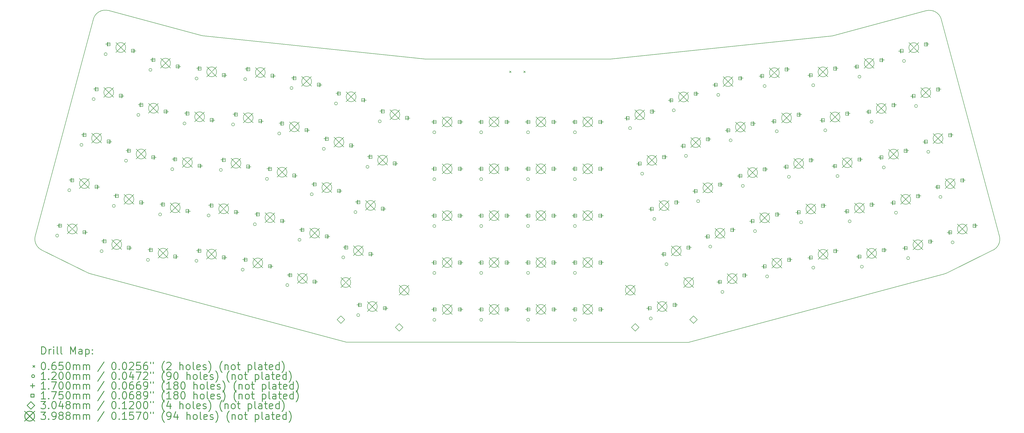
<source format=gbr>
%FSLAX45Y45*%
G04 Gerber Fmt 4.5, Leading zero omitted, Abs format (unit mm)*
G04 Created by KiCad (PCBNEW (5.1.10)-1) date 2021-09-15 15:45:31*
%MOMM*%
%LPD*%
G01*
G04 APERTURE LIST*
%TA.AperFunction,Profile*%
%ADD10C,0.200000*%
%TD*%
%ADD11C,0.200000*%
%ADD12C,0.300000*%
G04 APERTURE END LIST*
D10*
X3678763Y-16323492D02*
X14056075Y-19104084D01*
X8220936Y-6670164D02*
X17272000Y-7620000D01*
X24765000Y-7620000D02*
X33760064Y-6677270D01*
X17272000Y-7620000D02*
X24765000Y-7620000D01*
X27924925Y-19111191D02*
X14056075Y-19104084D01*
X38302237Y-16330599D02*
G75*
G03*
X38394441Y-16295840I-129410J482963D01*
G01*
X40268025Y-15369453D02*
X38394441Y-16295840D01*
X40268025Y-15369454D02*
G75*
G03*
X40529374Y-14791839I-221613J448205D01*
G01*
X38176684Y-6011479D02*
X40529374Y-14791839D01*
X38176684Y-6011479D02*
G75*
G03*
X37564311Y-5657925I-482963J-129410D01*
G01*
X33760064Y-6677270D02*
X37564311Y-5657925D01*
X38302237Y-16330599D02*
X27924925Y-19111191D01*
X3678763Y-16323492D02*
G75*
G02*
X3586559Y-16288734I129410J482963D01*
G01*
X1712975Y-15362347D02*
G75*
G02*
X1451626Y-14784732I221613J448205D01*
G01*
X3804316Y-6004372D02*
X1451626Y-14784732D01*
X3804316Y-6004372D02*
G75*
G02*
X4416689Y-5650818I482963J-129410D01*
G01*
X8220936Y-6670164D02*
X4416689Y-5650818D01*
X1712975Y-15362346D02*
X3586559Y-16288734D01*
D11*
X20672700Y-8101500D02*
X20737700Y-8166500D01*
X20737700Y-8101500D02*
X20672700Y-8166500D01*
X21250700Y-8101500D02*
X21315700Y-8166500D01*
X21315700Y-8101500D02*
X21250700Y-8166500D01*
X2399374Y-14778164D02*
G75*
G03*
X2399374Y-14778164I-60000J0D01*
G01*
X2890179Y-12936471D02*
G75*
G03*
X2890179Y-12936471I-60000J0D01*
G01*
X3383981Y-11097566D02*
G75*
G03*
X3383981Y-11097566I-60000J0D01*
G01*
X3877132Y-9242830D02*
G75*
G03*
X3877132Y-9242830I-60000J0D01*
G01*
X4199838Y-15409023D02*
G75*
G03*
X4199838Y-15409023I-60000J0D01*
G01*
X4363986Y-7419932D02*
G75*
G03*
X4363986Y-7419932I-60000J0D01*
G01*
X4695599Y-13572809D02*
G75*
G03*
X4695599Y-13572809I-60000J0D01*
G01*
X5189039Y-11739341D02*
G75*
G03*
X5189039Y-11739341I-60000J0D01*
G01*
X5690109Y-9882102D02*
G75*
G03*
X5690109Y-9882102I-60000J0D01*
G01*
X6079116Y-15762182D02*
G75*
G03*
X6079116Y-15762182I-60000J0D01*
G01*
X6179786Y-8055489D02*
G75*
G03*
X6179786Y-8055489I-60000J0D01*
G01*
X6572526Y-13919439D02*
G75*
G03*
X6572526Y-13919439I-60000J0D01*
G01*
X7064011Y-12085166D02*
G75*
G03*
X7064011Y-12085166I-60000J0D01*
G01*
X7560200Y-10229103D02*
G75*
G03*
X7560200Y-10229103I-60000J0D01*
G01*
X8045138Y-15799561D02*
G75*
G03*
X8045138Y-15799561I-60000J0D01*
G01*
X8049438Y-8406415D02*
G75*
G03*
X8049438Y-8406415I-60000J0D01*
G01*
X8536300Y-13960743D02*
G75*
G03*
X8536300Y-13960743I-60000J0D01*
G01*
X9033841Y-12114131D02*
G75*
G03*
X9033841Y-12114131I-60000J0D01*
G01*
X9529221Y-10270240D02*
G75*
G03*
X9529221Y-10270240I-60000J0D01*
G01*
X9918224Y-16157861D02*
G75*
G03*
X9918224Y-16157861I-60000J0D01*
G01*
X10020554Y-8433335D02*
G75*
G03*
X10020554Y-8433335I-60000J0D01*
G01*
X10411353Y-14318511D02*
G75*
G03*
X10411353Y-14318511I-60000J0D01*
G01*
X10901883Y-12477575D02*
G75*
G03*
X10901883Y-12477575I-60000J0D01*
G01*
X11399638Y-10635626D02*
G75*
G03*
X11399638Y-10635626I-60000J0D01*
G01*
X11727516Y-16784184D02*
G75*
G03*
X11727516Y-16784184I-60000J0D01*
G01*
X11897809Y-8793905D02*
G75*
G03*
X11897809Y-8793905I-60000J0D01*
G01*
X12221460Y-14947234D02*
G75*
G03*
X12221460Y-14947234I-60000J0D01*
G01*
X12716947Y-13100644D02*
G75*
G03*
X12716947Y-13100644I-60000J0D01*
G01*
X13207253Y-11258876D02*
G75*
G03*
X13207253Y-11258876I-60000J0D01*
G01*
X13700263Y-9419247D02*
G75*
G03*
X13700263Y-9419247I-60000J0D01*
G01*
X13995668Y-15660420D02*
G75*
G03*
X13995668Y-15660420I-60000J0D01*
G01*
X14488381Y-13823688D02*
G75*
G03*
X14488381Y-13823688I-60000J0D01*
G01*
X14600645Y-18001272D02*
G75*
G03*
X14600645Y-18001272I-60000J0D01*
G01*
X14976578Y-11988663D02*
G75*
G03*
X14976578Y-11988663I-60000J0D01*
G01*
X15474293Y-10144129D02*
G75*
G03*
X15474293Y-10144129I-60000J0D01*
G01*
X17685998Y-14389789D02*
G75*
G03*
X17685998Y-14389789I-60000J0D01*
G01*
X17686003Y-10586886D02*
G75*
G03*
X17686003Y-10586886I-60000J0D01*
G01*
X17686246Y-12488706D02*
G75*
G03*
X17686246Y-12488706I-60000J0D01*
G01*
X17687021Y-16291996D02*
G75*
G03*
X17687021Y-16291996I-60000J0D01*
G01*
X17688421Y-18192234D02*
G75*
G03*
X17688421Y-18192234I-60000J0D01*
G01*
X19584394Y-10586962D02*
G75*
G03*
X19584394Y-10586962I-60000J0D01*
G01*
X19584923Y-12488816D02*
G75*
G03*
X19584923Y-12488816I-60000J0D01*
G01*
X19586121Y-14388914D02*
G75*
G03*
X19586121Y-14388914I-60000J0D01*
G01*
X19586135Y-16292028D02*
G75*
G03*
X19586135Y-16292028I-60000J0D01*
G01*
X19587371Y-18191290D02*
G75*
G03*
X19587371Y-18191290I-60000J0D01*
G01*
X21483760Y-14387780D02*
G75*
G03*
X21483760Y-14387780I-60000J0D01*
G01*
X21483924Y-12488814D02*
G75*
G03*
X21483924Y-12488814I-60000J0D01*
G01*
X21484810Y-10586985D02*
G75*
G03*
X21484810Y-10586985I-60000J0D01*
G01*
X21485469Y-16290384D02*
G75*
G03*
X21485469Y-16290384I-60000J0D01*
G01*
X21487960Y-18189349D02*
G75*
G03*
X21487960Y-18189349I-60000J0D01*
G01*
X23382030Y-12488834D02*
G75*
G03*
X23382030Y-12488834I-60000J0D01*
G01*
X23383470Y-14388483D02*
G75*
G03*
X23383470Y-14388483I-60000J0D01*
G01*
X23383695Y-10586970D02*
G75*
G03*
X23383695Y-10586970I-60000J0D01*
G01*
X23384275Y-18188274D02*
G75*
G03*
X23384275Y-18188274I-60000J0D01*
G01*
X23384664Y-16290112D02*
G75*
G03*
X23384664Y-16290112I-60000J0D01*
G01*
X25618783Y-10418654D02*
G75*
G03*
X25618783Y-10418654I-60000J0D01*
G01*
X26109720Y-12265746D02*
G75*
G03*
X26109720Y-12265746I-60000J0D01*
G01*
X26457787Y-18137542D02*
G75*
G03*
X26457787Y-18137542I-60000J0D01*
G01*
X26602512Y-14102535D02*
G75*
G03*
X26602512Y-14102535I-60000J0D01*
G01*
X27096135Y-15938121D02*
G75*
G03*
X27096135Y-15938121I-60000J0D01*
G01*
X27390792Y-9695894D02*
G75*
G03*
X27390792Y-9695894I-60000J0D01*
G01*
X27884932Y-11544216D02*
G75*
G03*
X27884932Y-11544216I-60000J0D01*
G01*
X28377936Y-13381178D02*
G75*
G03*
X28377936Y-13381178I-60000J0D01*
G01*
X28870688Y-15222569D02*
G75*
G03*
X28870688Y-15222569I-60000J0D01*
G01*
X29194393Y-9070632D02*
G75*
G03*
X29194393Y-9070632I-60000J0D01*
G01*
X29362593Y-17062250D02*
G75*
G03*
X29362593Y-17062250I-60000J0D01*
G01*
X29695682Y-10914414D02*
G75*
G03*
X29695682Y-10914414I-60000J0D01*
G01*
X30189978Y-12762203D02*
G75*
G03*
X30189978Y-12762203I-60000J0D01*
G01*
X30682910Y-14595526D02*
G75*
G03*
X30682910Y-14595526I-60000J0D01*
G01*
X31072887Y-8712391D02*
G75*
G03*
X31072887Y-8712391I-60000J0D01*
G01*
X31174337Y-16433038D02*
G75*
G03*
X31174337Y-16433038I-60000J0D01*
G01*
X31564963Y-10546870D02*
G75*
G03*
X31564963Y-10546870I-60000J0D01*
G01*
X32056650Y-12393294D02*
G75*
G03*
X32056650Y-12393294I-60000J0D01*
G01*
X32552710Y-14236987D02*
G75*
G03*
X32552710Y-14236987I-60000J0D01*
G01*
X33042770Y-8679206D02*
G75*
G03*
X33042770Y-8679206I-60000J0D01*
G01*
X33046388Y-16077715D02*
G75*
G03*
X33046388Y-16077715I-60000J0D01*
G01*
X33532233Y-10507350D02*
G75*
G03*
X33532233Y-10507350I-60000J0D01*
G01*
X34027392Y-12362640D02*
G75*
G03*
X34027392Y-12362640I-60000J0D01*
G01*
X34519908Y-14198597D02*
G75*
G03*
X34519908Y-14198597I-60000J0D01*
G01*
X34916267Y-8333991D02*
G75*
G03*
X34916267Y-8333991I-60000J0D01*
G01*
X35014508Y-16038089D02*
G75*
G03*
X35014508Y-16038089I-60000J0D01*
G01*
X35407071Y-10160917D02*
G75*
G03*
X35407071Y-10160917I-60000J0D01*
G01*
X35902729Y-12013291D02*
G75*
G03*
X35902729Y-12013291I-60000J0D01*
G01*
X36397408Y-13848042D02*
G75*
G03*
X36397408Y-13848042I-60000J0D01*
G01*
X36722437Y-7694762D02*
G75*
G03*
X36722437Y-7694762I-60000J0D01*
G01*
X36890710Y-15691053D02*
G75*
G03*
X36890710Y-15691053I-60000J0D01*
G01*
X37210253Y-9521850D02*
G75*
G03*
X37210253Y-9521850I-60000J0D01*
G01*
X37706227Y-11378837D02*
G75*
G03*
X37706227Y-11378837I-60000J0D01*
G01*
X38198963Y-13209987D02*
G75*
G03*
X38198963Y-13209987I-60000J0D01*
G01*
X38692521Y-15051423D02*
G75*
G03*
X38692521Y-15051423I-60000J0D01*
G01*
X2421033Y-14280228D02*
X2421033Y-14450228D01*
X2336033Y-14365228D02*
X2506033Y-14365228D01*
X2911837Y-12438536D02*
X2911837Y-12608536D01*
X2826837Y-12523536D02*
X2996837Y-12523536D01*
X3405639Y-10599630D02*
X3405639Y-10769630D01*
X3320639Y-10684630D02*
X3490639Y-10684630D01*
X3483551Y-14564929D02*
X3483551Y-14734929D01*
X3398551Y-14649929D02*
X3568551Y-14649929D01*
X3898790Y-8744894D02*
X3898790Y-8914894D01*
X3813790Y-8829894D02*
X3983790Y-8829894D01*
X3974355Y-12723237D02*
X3974355Y-12893237D01*
X3889355Y-12808237D02*
X4059355Y-12808237D01*
X4221496Y-14911088D02*
X4221496Y-15081088D01*
X4136496Y-14996088D02*
X4306496Y-14996088D01*
X4385644Y-6921996D02*
X4385644Y-7091996D01*
X4300644Y-7006996D02*
X4470644Y-7006996D01*
X4468158Y-10884331D02*
X4468158Y-11054331D01*
X4383158Y-10969331D02*
X4553158Y-10969331D01*
X4717257Y-13074873D02*
X4717257Y-13244873D01*
X4632257Y-13159873D02*
X4802257Y-13159873D01*
X4961309Y-9029595D02*
X4961309Y-9199595D01*
X4876309Y-9114595D02*
X5046309Y-9114595D01*
X5210698Y-11241405D02*
X5210698Y-11411405D01*
X5125698Y-11326405D02*
X5295698Y-11326405D01*
X5284015Y-15195789D02*
X5284015Y-15365789D01*
X5199015Y-15280789D02*
X5369015Y-15280789D01*
X5448162Y-7206697D02*
X5448162Y-7376697D01*
X5363162Y-7291697D02*
X5533162Y-7291697D01*
X5711767Y-9384167D02*
X5711767Y-9554167D01*
X5626767Y-9469167D02*
X5796767Y-9469167D01*
X5779775Y-13359574D02*
X5779775Y-13529574D01*
X5694775Y-13444574D02*
X5864775Y-13444574D01*
X6100774Y-15264247D02*
X6100774Y-15434247D01*
X6015774Y-15349247D02*
X6185774Y-15349247D01*
X6201444Y-7557553D02*
X6201444Y-7727553D01*
X6116444Y-7642553D02*
X6286444Y-7642553D01*
X6273216Y-11526106D02*
X6273216Y-11696106D01*
X6188216Y-11611106D02*
X6358216Y-11611106D01*
X6594184Y-13421503D02*
X6594184Y-13591503D01*
X6509184Y-13506503D02*
X6679184Y-13506503D01*
X6774285Y-9668868D02*
X6774285Y-9838868D01*
X6689285Y-9753868D02*
X6859285Y-9753868D01*
X7085669Y-11587230D02*
X7085669Y-11757230D01*
X7000669Y-11672230D02*
X7170669Y-11672230D01*
X7163293Y-15548948D02*
X7163293Y-15718948D01*
X7078293Y-15633948D02*
X7248293Y-15633948D01*
X7263962Y-7842254D02*
X7263962Y-8012254D01*
X7178962Y-7927254D02*
X7348962Y-7927254D01*
X7581858Y-9731167D02*
X7581858Y-9901167D01*
X7496858Y-9816167D02*
X7666858Y-9816167D01*
X7656703Y-13706204D02*
X7656703Y-13876204D01*
X7571703Y-13791204D02*
X7741703Y-13791204D01*
X8066796Y-15301625D02*
X8066796Y-15471625D01*
X7981796Y-15386625D02*
X8151796Y-15386625D01*
X8071096Y-7908479D02*
X8071096Y-8078479D01*
X7986096Y-7993479D02*
X8156096Y-7993479D01*
X8148187Y-11871931D02*
X8148187Y-12041931D01*
X8063187Y-11956931D02*
X8233187Y-11956931D01*
X8557958Y-13462807D02*
X8557958Y-13632807D01*
X8472958Y-13547807D02*
X8642958Y-13547807D01*
X8644376Y-10015868D02*
X8644376Y-10185868D01*
X8559376Y-10100868D02*
X8729376Y-10100868D01*
X9055499Y-11616195D02*
X9055499Y-11786195D01*
X8970499Y-11701195D02*
X9140499Y-11701195D01*
X9129314Y-15586326D02*
X9129314Y-15756326D01*
X9044314Y-15671326D02*
X9214314Y-15671326D01*
X9133615Y-8193180D02*
X9133615Y-8363180D01*
X9048615Y-8278180D02*
X9218615Y-8278180D01*
X9550879Y-9772305D02*
X9550879Y-9942305D01*
X9465879Y-9857305D02*
X9635879Y-9857305D01*
X9620476Y-13747508D02*
X9620476Y-13917508D01*
X9535476Y-13832508D02*
X9705476Y-13832508D01*
X9939882Y-15659925D02*
X9939882Y-15829925D01*
X9854882Y-15744925D02*
X10024882Y-15744925D01*
X10042212Y-7935400D02*
X10042212Y-8105400D01*
X9957212Y-8020400D02*
X10127212Y-8020400D01*
X10118017Y-11900896D02*
X10118017Y-12070896D01*
X10033017Y-11985896D02*
X10203017Y-11985896D01*
X10433011Y-13820575D02*
X10433011Y-13990575D01*
X10348011Y-13905575D02*
X10518011Y-13905575D01*
X10613398Y-10057006D02*
X10613398Y-10227006D01*
X10528398Y-10142006D02*
X10698398Y-10142006D01*
X10923541Y-11979639D02*
X10923541Y-12149639D01*
X10838541Y-12064639D02*
X11008541Y-12064639D01*
X11002400Y-15944626D02*
X11002400Y-16114626D01*
X10917400Y-16029626D02*
X11087400Y-16029626D01*
X11104731Y-8220101D02*
X11104731Y-8390101D01*
X11019731Y-8305101D02*
X11189731Y-8305101D01*
X11421296Y-10137691D02*
X11421296Y-10307691D01*
X11336296Y-10222691D02*
X11506296Y-10222691D01*
X11495530Y-14105276D02*
X11495530Y-14275276D01*
X11410530Y-14190276D02*
X11580530Y-14190276D01*
X11749175Y-16286248D02*
X11749175Y-16456248D01*
X11664175Y-16371248D02*
X11834175Y-16371248D01*
X11919467Y-8295969D02*
X11919467Y-8465970D01*
X11834467Y-8380969D02*
X12004467Y-8380969D01*
X11986059Y-12264340D02*
X11986059Y-12434340D01*
X11901059Y-12349340D02*
X12071059Y-12349340D01*
X12243118Y-14449299D02*
X12243118Y-14619299D01*
X12158118Y-14534299D02*
X12328118Y-14534299D01*
X12483814Y-10422392D02*
X12483814Y-10592392D01*
X12398814Y-10507392D02*
X12568814Y-10507392D01*
X12738605Y-12602709D02*
X12738605Y-12772709D01*
X12653605Y-12687709D02*
X12823605Y-12687709D01*
X12811693Y-16570949D02*
X12811693Y-16740949D01*
X12726693Y-16655949D02*
X12896693Y-16655949D01*
X12981985Y-8580671D02*
X12981985Y-8750671D01*
X12896985Y-8665671D02*
X13066985Y-8665671D01*
X13228911Y-10760940D02*
X13228911Y-10930940D01*
X13143911Y-10845940D02*
X13313911Y-10845940D01*
X13305637Y-14734000D02*
X13305637Y-14904000D01*
X13220637Y-14819000D02*
X13390637Y-14819000D01*
X13721921Y-8921311D02*
X13721921Y-9091311D01*
X13636921Y-9006311D02*
X13806921Y-9006311D01*
X13801123Y-12887410D02*
X13801123Y-13057410D01*
X13716123Y-12972410D02*
X13886123Y-12972410D01*
X14017326Y-15162485D02*
X14017326Y-15332485D01*
X13932326Y-15247485D02*
X14102326Y-15247485D01*
X14291430Y-11045641D02*
X14291430Y-11215641D01*
X14206430Y-11130641D02*
X14376430Y-11130641D01*
X14510039Y-13325753D02*
X14510039Y-13495753D01*
X14425039Y-13410753D02*
X14595039Y-13410753D01*
X14567705Y-17496211D02*
X14567705Y-17666211D01*
X14482705Y-17581211D02*
X14652705Y-17581211D01*
X14784439Y-9206012D02*
X14784439Y-9376012D01*
X14699439Y-9291012D02*
X14869439Y-9291012D01*
X14998236Y-11490727D02*
X14998236Y-11660727D01*
X14913236Y-11575727D02*
X15083236Y-11575727D01*
X15079845Y-15447186D02*
X15079845Y-15617186D01*
X14994845Y-15532186D02*
X15164845Y-15532186D01*
X15495951Y-9646193D02*
X15495951Y-9816193D01*
X15410951Y-9731193D02*
X15580951Y-9731193D01*
X15572557Y-13610454D02*
X15572557Y-13780454D01*
X15487557Y-13695454D02*
X15657557Y-13695454D01*
X15658295Y-17639789D02*
X15658295Y-17809789D01*
X15573295Y-17724789D02*
X15743295Y-17724789D01*
X16060755Y-11775428D02*
X16060755Y-11945428D01*
X15975755Y-11860428D02*
X16145755Y-11860428D01*
X16558470Y-9930894D02*
X16558470Y-10100894D01*
X16473470Y-10015894D02*
X16643470Y-10015894D01*
X17597998Y-13884789D02*
X17597998Y-14054789D01*
X17512998Y-13969789D02*
X17682998Y-13969789D01*
X17598003Y-10081886D02*
X17598003Y-10251886D01*
X17513003Y-10166886D02*
X17683003Y-10166886D01*
X17598246Y-11983706D02*
X17598246Y-12153706D01*
X17513246Y-12068706D02*
X17683246Y-12068706D01*
X17599021Y-15786996D02*
X17599021Y-15956996D01*
X17514021Y-15871996D02*
X17684021Y-15871996D01*
X17600421Y-17687234D02*
X17600421Y-17857234D01*
X17515421Y-17772234D02*
X17685421Y-17772234D01*
X18697998Y-13884789D02*
X18697998Y-14054789D01*
X18612998Y-13969789D02*
X18782998Y-13969789D01*
X18698003Y-10081886D02*
X18698003Y-10251886D01*
X18613003Y-10166886D02*
X18783003Y-10166886D01*
X18698246Y-11983706D02*
X18698246Y-12153706D01*
X18613246Y-12068706D02*
X18783246Y-12068706D01*
X18699021Y-15786996D02*
X18699021Y-15956996D01*
X18614021Y-15871996D02*
X18784021Y-15871996D01*
X18700421Y-17687234D02*
X18700421Y-17857234D01*
X18615421Y-17772234D02*
X18785421Y-17772234D01*
X19496394Y-10081962D02*
X19496394Y-10251962D01*
X19411394Y-10166962D02*
X19581394Y-10166962D01*
X19496923Y-11983816D02*
X19496923Y-12153816D01*
X19411923Y-12068816D02*
X19581923Y-12068816D01*
X19498121Y-13883914D02*
X19498121Y-14053914D01*
X19413121Y-13968914D02*
X19583121Y-13968914D01*
X19498135Y-15787028D02*
X19498135Y-15957028D01*
X19413135Y-15872028D02*
X19583135Y-15872028D01*
X19499371Y-17686290D02*
X19499371Y-17856290D01*
X19414371Y-17771290D02*
X19584371Y-17771290D01*
X20596394Y-10081962D02*
X20596394Y-10251962D01*
X20511394Y-10166962D02*
X20681394Y-10166962D01*
X20596923Y-11983816D02*
X20596923Y-12153816D01*
X20511923Y-12068816D02*
X20681923Y-12068816D01*
X20598121Y-13883914D02*
X20598121Y-14053914D01*
X20513121Y-13968914D02*
X20683121Y-13968914D01*
X20598135Y-15787028D02*
X20598135Y-15957028D01*
X20513135Y-15872028D02*
X20683135Y-15872028D01*
X20599371Y-17686290D02*
X20599371Y-17856290D01*
X20514371Y-17771290D02*
X20684371Y-17771290D01*
X21395760Y-13882780D02*
X21395760Y-14052780D01*
X21310760Y-13967780D02*
X21480760Y-13967780D01*
X21395924Y-11983814D02*
X21395924Y-12153814D01*
X21310924Y-12068814D02*
X21480924Y-12068814D01*
X21396810Y-10081985D02*
X21396810Y-10251985D01*
X21311810Y-10166985D02*
X21481810Y-10166985D01*
X21397469Y-15785384D02*
X21397469Y-15955384D01*
X21312469Y-15870384D02*
X21482469Y-15870384D01*
X21399960Y-17684349D02*
X21399960Y-17854349D01*
X21314960Y-17769349D02*
X21484960Y-17769349D01*
X22495760Y-13882780D02*
X22495760Y-14052780D01*
X22410760Y-13967780D02*
X22580760Y-13967780D01*
X22495924Y-11983814D02*
X22495924Y-12153814D01*
X22410924Y-12068814D02*
X22580924Y-12068814D01*
X22496810Y-10081985D02*
X22496810Y-10251985D01*
X22411810Y-10166985D02*
X22581810Y-10166985D01*
X22497468Y-15785384D02*
X22497468Y-15955384D01*
X22412468Y-15870384D02*
X22582468Y-15870384D01*
X22499960Y-17684349D02*
X22499960Y-17854349D01*
X22414960Y-17769349D02*
X22584960Y-17769349D01*
X23294030Y-11983834D02*
X23294030Y-12153834D01*
X23209030Y-12068834D02*
X23379030Y-12068834D01*
X23295470Y-13883483D02*
X23295470Y-14053483D01*
X23210470Y-13968483D02*
X23380470Y-13968483D01*
X23295695Y-10081970D02*
X23295695Y-10251970D01*
X23210695Y-10166970D02*
X23380695Y-10166970D01*
X23296275Y-17683274D02*
X23296275Y-17853274D01*
X23211275Y-17768274D02*
X23381275Y-17768274D01*
X23296664Y-15785112D02*
X23296664Y-15955112D01*
X23211664Y-15870112D02*
X23381664Y-15870112D01*
X24394030Y-11983834D02*
X24394030Y-12153834D01*
X24309030Y-12068834D02*
X24479030Y-12068834D01*
X24395470Y-13883483D02*
X24395470Y-14053483D01*
X24310470Y-13968483D02*
X24480470Y-13968483D01*
X24395695Y-10081970D02*
X24395695Y-10251970D01*
X24310695Y-10166970D02*
X24480695Y-10166970D01*
X24396275Y-17683274D02*
X24396275Y-17853274D01*
X24311275Y-17768274D02*
X24481275Y-17768274D01*
X24396664Y-15785112D02*
X24396664Y-15955112D01*
X24311664Y-15870112D02*
X24481664Y-15870112D01*
X25423033Y-9935212D02*
X25423033Y-10105212D01*
X25338033Y-10020212D02*
X25508033Y-10020212D01*
X25913970Y-11782304D02*
X25913970Y-11952304D01*
X25828970Y-11867304D02*
X25998970Y-11867304D01*
X26315205Y-17639789D02*
X26315205Y-17809789D01*
X26230205Y-17724789D02*
X26400205Y-17724789D01*
X26406762Y-13619093D02*
X26406762Y-13789093D01*
X26321762Y-13704093D02*
X26491762Y-13704093D01*
X26485551Y-9650511D02*
X26485551Y-9820511D01*
X26400551Y-9735511D02*
X26570551Y-9735511D01*
X26900385Y-15454679D02*
X26900385Y-15624679D01*
X26815385Y-15539679D02*
X26985385Y-15539679D01*
X26976489Y-11497603D02*
X26976489Y-11667603D01*
X26891489Y-11582603D02*
X27061489Y-11582603D01*
X27195042Y-9212452D02*
X27195042Y-9382452D01*
X27110042Y-9297452D02*
X27280042Y-9297452D01*
X27405795Y-17496211D02*
X27405795Y-17666211D01*
X27320795Y-17581211D02*
X27490795Y-17581211D01*
X27469280Y-13334392D02*
X27469280Y-13504392D01*
X27384280Y-13419392D02*
X27554280Y-13419392D01*
X27689182Y-11060774D02*
X27689182Y-11230774D01*
X27604182Y-11145774D02*
X27774182Y-11145774D01*
X27962904Y-15169978D02*
X27962904Y-15339978D01*
X27877904Y-15254978D02*
X28047904Y-15254978D01*
X28182186Y-12897736D02*
X28182186Y-13067736D01*
X28097186Y-12982736D02*
X28267186Y-12982736D01*
X28257561Y-8927751D02*
X28257561Y-9097751D01*
X28172561Y-9012751D02*
X28342561Y-9012751D01*
X28674938Y-14739127D02*
X28674938Y-14909127D01*
X28589938Y-14824127D02*
X28759938Y-14824127D01*
X28751700Y-10776073D02*
X28751700Y-10946073D01*
X28666700Y-10861073D02*
X28836700Y-10861073D01*
X28998643Y-8587190D02*
X28998643Y-8757190D01*
X28913643Y-8672190D02*
X29083643Y-8672190D01*
X29166843Y-16578808D02*
X29166843Y-16748808D01*
X29081843Y-16663808D02*
X29251843Y-16663808D01*
X29244705Y-12613035D02*
X29244705Y-12783035D01*
X29159705Y-12698035D02*
X29329705Y-12698035D01*
X29499932Y-10430972D02*
X29499932Y-10600972D01*
X29414932Y-10515972D02*
X29584932Y-10515972D01*
X29737457Y-14454426D02*
X29737457Y-14624426D01*
X29652457Y-14539426D02*
X29822457Y-14539426D01*
X29994228Y-12278761D02*
X29994228Y-12448761D01*
X29909228Y-12363761D02*
X30079228Y-12363761D01*
X30061161Y-8302489D02*
X30061161Y-8472489D01*
X29976161Y-8387489D02*
X30146161Y-8387489D01*
X30229361Y-16294107D02*
X30229361Y-16464107D01*
X30144361Y-16379107D02*
X30314361Y-16379107D01*
X30487161Y-14112084D02*
X30487161Y-14282084D01*
X30402161Y-14197084D02*
X30572161Y-14197084D01*
X30562451Y-10146271D02*
X30562451Y-10316271D01*
X30477451Y-10231271D02*
X30647451Y-10231271D01*
X30877137Y-8228949D02*
X30877137Y-8398949D01*
X30792137Y-8313949D02*
X30962137Y-8313949D01*
X30978587Y-15949597D02*
X30978587Y-16119597D01*
X30893587Y-16034597D02*
X31063587Y-16034597D01*
X31056747Y-11994060D02*
X31056747Y-12164060D01*
X30971747Y-12079060D02*
X31141747Y-12079060D01*
X31369213Y-10063428D02*
X31369213Y-10233428D01*
X31284213Y-10148428D02*
X31454213Y-10148428D01*
X31549679Y-13827383D02*
X31549679Y-13997383D01*
X31464679Y-13912383D02*
X31634679Y-13912383D01*
X31860900Y-11909852D02*
X31860900Y-12079852D01*
X31775900Y-11994852D02*
X31945900Y-11994852D01*
X31939656Y-7944248D02*
X31939656Y-8114248D01*
X31854656Y-8029248D02*
X32024656Y-8029248D01*
X32041106Y-15664896D02*
X32041106Y-15834896D01*
X31956106Y-15749896D02*
X32126106Y-15749896D01*
X32356960Y-13753546D02*
X32356960Y-13923546D01*
X32271960Y-13838546D02*
X32441960Y-13838546D01*
X32431731Y-9778727D02*
X32431731Y-9948727D01*
X32346731Y-9863727D02*
X32516731Y-9863727D01*
X32847020Y-8195764D02*
X32847020Y-8365764D01*
X32762020Y-8280764D02*
X32932020Y-8280764D01*
X32850638Y-15594273D02*
X32850638Y-15764273D01*
X32765638Y-15679273D02*
X32935638Y-15679273D01*
X32923418Y-11625151D02*
X32923418Y-11795151D01*
X32838418Y-11710151D02*
X33008418Y-11710151D01*
X33336483Y-10023908D02*
X33336483Y-10193908D01*
X33251483Y-10108908D02*
X33421483Y-10108908D01*
X33419479Y-13468845D02*
X33419479Y-13638845D01*
X33334479Y-13553845D02*
X33504479Y-13553845D01*
X33831642Y-11879198D02*
X33831642Y-12049198D01*
X33746642Y-11964198D02*
X33916642Y-11964198D01*
X33909538Y-7911063D02*
X33909538Y-8081063D01*
X33824538Y-7996063D02*
X33994538Y-7996063D01*
X33913156Y-15309572D02*
X33913156Y-15479572D01*
X33828156Y-15394572D02*
X33998156Y-15394572D01*
X34324158Y-13715156D02*
X34324158Y-13885156D01*
X34239158Y-13800156D02*
X34409158Y-13800156D01*
X34399002Y-9739207D02*
X34399002Y-9909207D01*
X34314002Y-9824207D02*
X34484002Y-9824207D01*
X34720517Y-7850549D02*
X34720517Y-8020549D01*
X34635517Y-7935549D02*
X34805517Y-7935549D01*
X34818758Y-15554647D02*
X34818758Y-15724647D01*
X34733758Y-15639647D02*
X34903758Y-15639647D01*
X34894160Y-11594497D02*
X34894160Y-11764497D01*
X34809160Y-11679497D02*
X34979160Y-11679497D01*
X35211322Y-9677475D02*
X35211322Y-9847475D01*
X35126322Y-9762475D02*
X35296322Y-9762475D01*
X35386676Y-13430455D02*
X35386676Y-13600455D01*
X35301676Y-13515455D02*
X35471676Y-13515455D01*
X35706979Y-11529849D02*
X35706979Y-11699849D01*
X35621979Y-11614849D02*
X35791979Y-11614849D01*
X35783036Y-7565848D02*
X35783036Y-7735848D01*
X35698036Y-7650848D02*
X35868036Y-7650848D01*
X35881276Y-15269946D02*
X35881276Y-15439946D01*
X35796276Y-15354946D02*
X35966276Y-15354946D01*
X36201658Y-13364600D02*
X36201658Y-13534600D01*
X36116658Y-13449600D02*
X36286658Y-13449600D01*
X36273840Y-9392774D02*
X36273840Y-9562774D01*
X36188840Y-9477774D02*
X36358840Y-9477774D01*
X36526687Y-7211321D02*
X36526687Y-7381321D01*
X36441687Y-7296321D02*
X36611687Y-7296321D01*
X36694960Y-15207611D02*
X36694960Y-15377611D01*
X36609960Y-15292611D02*
X36779960Y-15292611D01*
X36769498Y-11245148D02*
X36769498Y-11415148D01*
X36684498Y-11330148D02*
X36854498Y-11330148D01*
X37014503Y-9038408D02*
X37014503Y-9208408D01*
X36929503Y-9123408D02*
X37099503Y-9123408D01*
X37264177Y-13079899D02*
X37264177Y-13249899D01*
X37179177Y-13164899D02*
X37349177Y-13164899D01*
X37510478Y-10895395D02*
X37510478Y-11065395D01*
X37425478Y-10980395D02*
X37595478Y-10980395D01*
X37589205Y-6926620D02*
X37589205Y-7096620D01*
X37504205Y-7011620D02*
X37674205Y-7011620D01*
X37757478Y-14922910D02*
X37757478Y-15092910D01*
X37672478Y-15007910D02*
X37842478Y-15007910D01*
X38003213Y-12726545D02*
X38003213Y-12896545D01*
X37918213Y-12811545D02*
X38088213Y-12811545D01*
X38077022Y-8753707D02*
X38077022Y-8923707D01*
X37992022Y-8838707D02*
X38162022Y-8838707D01*
X38496771Y-14567981D02*
X38496771Y-14737981D01*
X38411771Y-14652981D02*
X38581771Y-14652981D01*
X38572996Y-10610694D02*
X38572996Y-10780694D01*
X38487996Y-10695694D02*
X38657996Y-10695694D01*
X39065731Y-12441844D02*
X39065731Y-12611844D01*
X38980731Y-12526844D02*
X39150731Y-12526844D01*
X39559290Y-14283280D02*
X39559290Y-14453280D01*
X39474290Y-14368280D02*
X39644290Y-14368280D01*
X2523474Y-14437971D02*
X2523474Y-14314226D01*
X2399729Y-14314226D01*
X2399729Y-14437971D01*
X2523474Y-14437971D01*
X3014278Y-12596278D02*
X3014278Y-12472534D01*
X2890533Y-12472534D01*
X2890533Y-12596278D01*
X3014278Y-12596278D01*
X3504854Y-14700931D02*
X3504854Y-14577186D01*
X3381110Y-14577186D01*
X3381110Y-14700931D01*
X3504854Y-14700931D01*
X3508081Y-10757373D02*
X3508081Y-10633628D01*
X3384336Y-10633628D01*
X3384336Y-10757373D01*
X3508081Y-10757373D01*
X3995659Y-12859239D02*
X3995659Y-12735494D01*
X3871914Y-12735494D01*
X3871914Y-12859239D01*
X3995659Y-12859239D01*
X4001231Y-8902637D02*
X4001231Y-8778892D01*
X3877487Y-8778892D01*
X3877487Y-8902637D01*
X4001231Y-8902637D01*
X4323937Y-15068830D02*
X4323937Y-14945086D01*
X4200193Y-14945086D01*
X4200193Y-15068830D01*
X4323937Y-15068830D01*
X4488085Y-7079739D02*
X4488085Y-6955994D01*
X4364340Y-6955994D01*
X4364340Y-7079739D01*
X4488085Y-7079739D01*
X4489461Y-11020333D02*
X4489461Y-10896589D01*
X4365717Y-10896589D01*
X4365717Y-11020333D01*
X4489461Y-11020333D01*
X4819698Y-13232616D02*
X4819698Y-13108871D01*
X4695953Y-13108871D01*
X4695953Y-13232616D01*
X4819698Y-13232616D01*
X4982612Y-9165597D02*
X4982612Y-9041852D01*
X4858867Y-9041852D01*
X4858867Y-9165597D01*
X4982612Y-9165597D01*
X5305318Y-15331791D02*
X5305318Y-15208046D01*
X5181573Y-15208046D01*
X5181573Y-15331791D01*
X5305318Y-15331791D01*
X5313139Y-11399148D02*
X5313139Y-11275403D01*
X5189394Y-11275403D01*
X5189394Y-11399148D01*
X5313139Y-11399148D01*
X5469466Y-7342699D02*
X5469466Y-7218954D01*
X5345721Y-7218954D01*
X5345721Y-7342699D01*
X5469466Y-7342699D01*
X5801079Y-13495576D02*
X5801079Y-13371831D01*
X5677334Y-13371831D01*
X5677334Y-13495576D01*
X5801079Y-13495576D01*
X5814208Y-9541909D02*
X5814208Y-9418165D01*
X5690463Y-9418165D01*
X5690463Y-9541909D01*
X5814208Y-9541909D01*
X6203216Y-15421989D02*
X6203216Y-15298245D01*
X6079471Y-15298245D01*
X6079471Y-15421989D01*
X6203216Y-15421989D01*
X6294519Y-11662108D02*
X6294519Y-11538363D01*
X6170775Y-11538363D01*
X6170775Y-11662108D01*
X6294519Y-11662108D01*
X6303885Y-7715296D02*
X6303885Y-7591551D01*
X6180140Y-7591551D01*
X6180140Y-7715296D01*
X6303885Y-7715296D01*
X6696626Y-13579246D02*
X6696626Y-13455501D01*
X6572881Y-13455501D01*
X6572881Y-13579246D01*
X6696626Y-13579246D01*
X6795589Y-9804870D02*
X6795589Y-9681125D01*
X6671844Y-9681125D01*
X6671844Y-9804870D01*
X6795589Y-9804870D01*
X7184596Y-15684950D02*
X7184596Y-15561205D01*
X7060852Y-15561205D01*
X7060852Y-15684950D01*
X7184596Y-15684950D01*
X7188110Y-11744973D02*
X7188110Y-11621228D01*
X7064365Y-11621228D01*
X7064365Y-11744973D01*
X7188110Y-11744973D01*
X7285266Y-7978256D02*
X7285266Y-7854511D01*
X7161521Y-7854511D01*
X7161521Y-7978256D01*
X7285266Y-7978256D01*
X7678006Y-13842206D02*
X7678006Y-13718462D01*
X7554261Y-13718462D01*
X7554261Y-13842206D01*
X7678006Y-13842206D01*
X7684299Y-9888910D02*
X7684299Y-9765165D01*
X7560554Y-9765165D01*
X7560554Y-9888910D01*
X7684299Y-9888910D01*
X8169237Y-15459368D02*
X8169237Y-15335623D01*
X8045492Y-15335623D01*
X8045492Y-15459368D01*
X8169237Y-15459368D01*
X8169491Y-12007933D02*
X8169491Y-11884189D01*
X8045746Y-11884189D01*
X8045746Y-12007933D01*
X8169491Y-12007933D01*
X8173537Y-8066221D02*
X8173537Y-7942477D01*
X8049793Y-7942477D01*
X8049793Y-8066221D01*
X8173537Y-8066221D01*
X8660399Y-13620550D02*
X8660399Y-13496805D01*
X8536654Y-13496805D01*
X8536654Y-13620550D01*
X8660399Y-13620550D01*
X8665680Y-10151870D02*
X8665680Y-10028125D01*
X8541935Y-10028125D01*
X8541935Y-10151870D01*
X8665680Y-10151870D01*
X9150618Y-15722328D02*
X9150618Y-15598583D01*
X9026873Y-15598583D01*
X9026873Y-15722328D01*
X9150618Y-15722328D01*
X9154918Y-8329182D02*
X9154918Y-8205437D01*
X9031173Y-8205437D01*
X9031173Y-8329182D01*
X9154918Y-8329182D01*
X9157940Y-11773938D02*
X9157940Y-11650193D01*
X9034196Y-11650193D01*
X9034196Y-11773938D01*
X9157940Y-11773938D01*
X9641780Y-13883510D02*
X9641780Y-13759765D01*
X9518035Y-13759765D01*
X9518035Y-13883510D01*
X9641780Y-13883510D01*
X9653321Y-9930047D02*
X9653321Y-9806303D01*
X9529576Y-9806303D01*
X9529576Y-9930047D01*
X9653321Y-9930047D01*
X10042323Y-15817668D02*
X10042323Y-15693923D01*
X9918578Y-15693923D01*
X9918578Y-15817668D01*
X10042323Y-15817668D01*
X10139321Y-12036898D02*
X10139321Y-11913153D01*
X10015576Y-11913153D01*
X10015576Y-12036898D01*
X10139321Y-12036898D01*
X10144654Y-8093142D02*
X10144654Y-7969398D01*
X10020909Y-7969398D01*
X10020909Y-8093142D01*
X10144654Y-8093142D01*
X10535453Y-13978318D02*
X10535453Y-13854573D01*
X10411708Y-13854573D01*
X10411708Y-13978318D01*
X10535453Y-13978318D01*
X10634701Y-10193008D02*
X10634701Y-10069263D01*
X10510956Y-10069263D01*
X10510956Y-10193008D01*
X10634701Y-10193008D01*
X11023704Y-16080628D02*
X11023704Y-15956883D01*
X10899959Y-15956883D01*
X10899959Y-16080628D01*
X11023704Y-16080628D01*
X11025982Y-12137382D02*
X11025982Y-12013637D01*
X10902238Y-12013637D01*
X10902238Y-12137382D01*
X11025982Y-12137382D01*
X11126034Y-8356103D02*
X11126034Y-8232358D01*
X11002290Y-8232358D01*
X11002290Y-8356103D01*
X11126034Y-8356103D01*
X11516833Y-14241278D02*
X11516833Y-14117533D01*
X11393088Y-14117533D01*
X11393088Y-14241278D01*
X11516833Y-14241278D01*
X11523737Y-10295433D02*
X11523737Y-10171689D01*
X11399993Y-10171689D01*
X11399993Y-10295433D01*
X11523737Y-10295433D01*
X11851616Y-16443991D02*
X11851616Y-16320246D01*
X11727871Y-16320246D01*
X11727871Y-16443991D01*
X11851616Y-16443991D01*
X12007363Y-12400342D02*
X12007363Y-12276597D01*
X11883618Y-12276597D01*
X11883618Y-12400342D01*
X12007363Y-12400342D01*
X12021908Y-8453712D02*
X12021908Y-8329967D01*
X11898163Y-8329967D01*
X11898163Y-8453712D01*
X12021908Y-8453712D01*
X12345560Y-14607041D02*
X12345560Y-14483297D01*
X12221815Y-14483297D01*
X12221815Y-14607041D01*
X12345560Y-14607041D01*
X12505118Y-10558394D02*
X12505118Y-10434649D01*
X12381373Y-10434649D01*
X12381373Y-10558394D01*
X12505118Y-10558394D01*
X12832996Y-16706951D02*
X12832996Y-16583206D01*
X12709252Y-16583206D01*
X12709252Y-16706951D01*
X12832996Y-16706951D01*
X12841046Y-12760451D02*
X12841046Y-12636707D01*
X12717301Y-12636707D01*
X12717301Y-12760451D01*
X12841046Y-12760451D01*
X13003289Y-8716673D02*
X13003289Y-8592928D01*
X12879544Y-8592928D01*
X12879544Y-8716673D01*
X13003289Y-8716673D01*
X13326940Y-14870002D02*
X13326940Y-14746257D01*
X13203195Y-14746257D01*
X13203195Y-14870002D01*
X13326940Y-14870002D01*
X13331352Y-10918683D02*
X13331352Y-10794938D01*
X13207608Y-10794938D01*
X13207608Y-10918683D01*
X13331352Y-10918683D01*
X13822427Y-13023412D02*
X13822427Y-12899667D01*
X13698682Y-12899667D01*
X13698682Y-13023412D01*
X13822427Y-13023412D01*
X13824362Y-9079054D02*
X13824362Y-8955309D01*
X13700617Y-8955309D01*
X13700617Y-9079054D01*
X13824362Y-9079054D01*
X14119768Y-15320227D02*
X14119768Y-15196483D01*
X13996023Y-15196483D01*
X13996023Y-15320227D01*
X14119768Y-15320227D01*
X14312733Y-11181643D02*
X14312733Y-11057898D01*
X14188988Y-11057898D01*
X14188988Y-11181643D01*
X14312733Y-11181643D01*
X14612480Y-13483495D02*
X14612480Y-13359751D01*
X14488735Y-13359751D01*
X14488735Y-13483495D01*
X14612480Y-13483495D01*
X14671218Y-17648565D02*
X14671218Y-17524820D01*
X14547474Y-17524820D01*
X14547474Y-17648565D01*
X14671218Y-17648565D01*
X14805743Y-9342014D02*
X14805743Y-9218270D01*
X14681998Y-9218270D01*
X14681998Y-9342014D01*
X14805743Y-9342014D01*
X15100677Y-11648470D02*
X15100677Y-11524725D01*
X14976933Y-11524725D01*
X14976933Y-11648470D01*
X15100677Y-11648470D01*
X15101148Y-15583188D02*
X15101148Y-15459443D01*
X14977403Y-15459443D01*
X14977403Y-15583188D01*
X15101148Y-15583188D01*
X15593861Y-13746456D02*
X15593861Y-13622711D01*
X15470116Y-13622711D01*
X15470116Y-13746456D01*
X15593861Y-13746456D01*
X15598393Y-9803936D02*
X15598393Y-9680191D01*
X15474648Y-9680191D01*
X15474648Y-9803936D01*
X15598393Y-9803936D01*
X15678526Y-17781180D02*
X15678526Y-17657435D01*
X15554782Y-17657435D01*
X15554782Y-17781180D01*
X15678526Y-17781180D01*
X16082058Y-11911430D02*
X16082058Y-11787686D01*
X15958313Y-11787686D01*
X15958313Y-11911430D01*
X16082058Y-11911430D01*
X16579773Y-10066896D02*
X16579773Y-9943152D01*
X16456029Y-9943152D01*
X16456029Y-10066896D01*
X16579773Y-10066896D01*
X17701871Y-14031661D02*
X17701871Y-13907917D01*
X17578126Y-13907917D01*
X17578126Y-14031661D01*
X17701871Y-14031661D01*
X17701875Y-10228758D02*
X17701875Y-10105014D01*
X17578130Y-10105014D01*
X17578130Y-10228758D01*
X17701875Y-10228758D01*
X17702119Y-12130578D02*
X17702119Y-12006833D01*
X17578374Y-12006833D01*
X17578374Y-12130578D01*
X17702119Y-12130578D01*
X17702893Y-15933869D02*
X17702893Y-15810124D01*
X17579149Y-15810124D01*
X17579149Y-15933869D01*
X17702893Y-15933869D01*
X17704293Y-17834106D02*
X17704293Y-17710361D01*
X17580548Y-17710361D01*
X17580548Y-17834106D01*
X17704293Y-17834106D01*
X18717871Y-14031661D02*
X18717871Y-13907917D01*
X18594126Y-13907917D01*
X18594126Y-14031661D01*
X18717871Y-14031661D01*
X18717875Y-10228758D02*
X18717875Y-10105014D01*
X18594130Y-10105014D01*
X18594130Y-10228758D01*
X18717875Y-10228758D01*
X18718119Y-12130578D02*
X18718119Y-12006833D01*
X18594374Y-12006833D01*
X18594374Y-12130578D01*
X18718119Y-12130578D01*
X18718893Y-15933869D02*
X18718893Y-15810124D01*
X18595149Y-15810124D01*
X18595149Y-15933869D01*
X18718893Y-15933869D01*
X18720293Y-17834106D02*
X18720293Y-17710361D01*
X18596548Y-17710361D01*
X18596548Y-17834106D01*
X18720293Y-17834106D01*
X19600266Y-10228835D02*
X19600266Y-10105090D01*
X19476521Y-10105090D01*
X19476521Y-10228835D01*
X19600266Y-10228835D01*
X19600796Y-12130688D02*
X19600796Y-12006943D01*
X19477051Y-12006943D01*
X19477051Y-12130688D01*
X19600796Y-12130688D01*
X19601993Y-14030787D02*
X19601993Y-13907042D01*
X19478249Y-13907042D01*
X19478249Y-14030787D01*
X19601993Y-14030787D01*
X19602007Y-15933900D02*
X19602007Y-15810155D01*
X19478262Y-15810155D01*
X19478262Y-15933900D01*
X19602007Y-15933900D01*
X19603244Y-17833162D02*
X19603244Y-17709417D01*
X19479499Y-17709417D01*
X19479499Y-17833162D01*
X19603244Y-17833162D01*
X20616266Y-10228835D02*
X20616266Y-10105090D01*
X20492521Y-10105090D01*
X20492521Y-10228835D01*
X20616266Y-10228835D01*
X20616796Y-12130688D02*
X20616796Y-12006943D01*
X20493051Y-12006943D01*
X20493051Y-12130688D01*
X20616796Y-12130688D01*
X20617993Y-14030787D02*
X20617993Y-13907042D01*
X20494249Y-13907042D01*
X20494249Y-14030787D01*
X20617993Y-14030787D01*
X20618007Y-15933900D02*
X20618007Y-15810155D01*
X20494262Y-15810155D01*
X20494262Y-15933900D01*
X20618007Y-15933900D01*
X20619244Y-17833162D02*
X20619244Y-17709417D01*
X20495499Y-17709417D01*
X20495499Y-17833162D01*
X20619244Y-17833162D01*
X21499632Y-14029653D02*
X21499632Y-13905908D01*
X21375888Y-13905908D01*
X21375888Y-14029653D01*
X21499632Y-14029653D01*
X21499797Y-12130686D02*
X21499797Y-12006941D01*
X21376052Y-12006941D01*
X21376052Y-12130686D01*
X21499797Y-12130686D01*
X21500682Y-10228857D02*
X21500682Y-10105113D01*
X21376938Y-10105113D01*
X21376938Y-10228857D01*
X21500682Y-10228857D01*
X21501341Y-15932257D02*
X21501341Y-15808512D01*
X21377596Y-15808512D01*
X21377596Y-15932257D01*
X21501341Y-15932257D01*
X21503832Y-17831222D02*
X21503832Y-17707477D01*
X21380088Y-17707477D01*
X21380088Y-17831222D01*
X21503832Y-17831222D01*
X22515632Y-14029653D02*
X22515632Y-13905908D01*
X22391888Y-13905908D01*
X22391888Y-14029653D01*
X22515632Y-14029653D01*
X22515797Y-12130686D02*
X22515797Y-12006941D01*
X22392052Y-12006941D01*
X22392052Y-12130686D01*
X22515797Y-12130686D01*
X22516682Y-10228857D02*
X22516682Y-10105113D01*
X22392937Y-10105113D01*
X22392937Y-10228857D01*
X22516682Y-10228857D01*
X22517341Y-15932257D02*
X22517341Y-15808512D01*
X22393596Y-15808512D01*
X22393596Y-15932257D01*
X22517341Y-15932257D01*
X22519832Y-17831222D02*
X22519832Y-17707477D01*
X22396087Y-17707477D01*
X22396087Y-17831222D01*
X22519832Y-17831222D01*
X23397903Y-12130707D02*
X23397903Y-12006962D01*
X23274158Y-12006962D01*
X23274158Y-12130707D01*
X23397903Y-12130707D01*
X23399343Y-14030356D02*
X23399343Y-13906611D01*
X23275598Y-13906611D01*
X23275598Y-14030356D01*
X23399343Y-14030356D01*
X23399567Y-10228843D02*
X23399567Y-10105098D01*
X23275822Y-10105098D01*
X23275822Y-10228843D01*
X23399567Y-10228843D01*
X23400148Y-17830147D02*
X23400148Y-17706402D01*
X23276403Y-17706402D01*
X23276403Y-17830147D01*
X23400148Y-17830147D01*
X23400537Y-15931984D02*
X23400537Y-15808239D01*
X23276792Y-15808239D01*
X23276792Y-15931984D01*
X23400537Y-15931984D01*
X24413903Y-12130707D02*
X24413903Y-12006962D01*
X24290158Y-12006962D01*
X24290158Y-12130707D01*
X24413903Y-12130707D01*
X24415343Y-14030356D02*
X24415343Y-13906611D01*
X24291598Y-13906611D01*
X24291598Y-14030356D01*
X24415343Y-14030356D01*
X24415567Y-10228843D02*
X24415567Y-10105098D01*
X24291822Y-10105098D01*
X24291822Y-10228843D01*
X24415567Y-10228843D01*
X24416148Y-17830147D02*
X24416148Y-17706402D01*
X24292403Y-17706402D01*
X24292403Y-17830147D01*
X24416148Y-17830147D01*
X24416537Y-15931984D02*
X24416537Y-15808239D01*
X24292792Y-15808239D01*
X24292792Y-15931984D01*
X24416537Y-15931984D01*
X25525474Y-10071214D02*
X25525474Y-9947469D01*
X25401730Y-9947469D01*
X25401730Y-10071214D01*
X25525474Y-10071214D01*
X26016412Y-11918306D02*
X26016412Y-11794561D01*
X25892667Y-11794561D01*
X25892667Y-11918306D01*
X26016412Y-11918306D01*
X26418718Y-17781180D02*
X26418718Y-17657435D01*
X26294974Y-17657435D01*
X26294974Y-17781180D01*
X26418718Y-17781180D01*
X26506855Y-9808254D02*
X26506855Y-9684509D01*
X26383110Y-9684509D01*
X26383110Y-9808254D01*
X26506855Y-9808254D01*
X26509203Y-13755095D02*
X26509203Y-13631350D01*
X26385458Y-13631350D01*
X26385458Y-13755095D01*
X26509203Y-13755095D01*
X26997792Y-11655346D02*
X26997792Y-11531601D01*
X26874047Y-11531601D01*
X26874047Y-11655346D01*
X26997792Y-11655346D01*
X27002827Y-15590681D02*
X27002827Y-15466936D01*
X26879082Y-15466936D01*
X26879082Y-15590681D01*
X27002827Y-15590681D01*
X27297484Y-9348454D02*
X27297484Y-9224709D01*
X27173739Y-9224709D01*
X27173739Y-9348454D01*
X27297484Y-9348454D01*
X27426026Y-17648565D02*
X27426026Y-17524820D01*
X27302282Y-17524820D01*
X27302282Y-17648565D01*
X27426026Y-17648565D01*
X27490584Y-13492135D02*
X27490584Y-13368390D01*
X27366839Y-13368390D01*
X27366839Y-13492135D01*
X27490584Y-13492135D01*
X27791623Y-11196776D02*
X27791623Y-11073031D01*
X27667878Y-11073031D01*
X27667878Y-11196776D01*
X27791623Y-11196776D01*
X27984207Y-15327721D02*
X27984207Y-15203976D01*
X27860462Y-15203976D01*
X27860462Y-15327721D01*
X27984207Y-15327721D01*
X28278864Y-9085494D02*
X28278864Y-8961749D01*
X28155119Y-8961749D01*
X28155119Y-9085494D01*
X28278864Y-9085494D01*
X28284628Y-13033738D02*
X28284628Y-12909993D01*
X28160883Y-12909993D01*
X28160883Y-13033738D01*
X28284628Y-13033738D01*
X28773004Y-10933816D02*
X28773004Y-10810071D01*
X28649259Y-10810071D01*
X28649259Y-10933816D01*
X28773004Y-10933816D01*
X28777379Y-14875129D02*
X28777379Y-14751384D01*
X28653635Y-14751384D01*
X28653635Y-14875129D01*
X28777379Y-14875129D01*
X29101084Y-8723192D02*
X29101084Y-8599448D01*
X28977340Y-8599448D01*
X28977340Y-8723192D01*
X29101084Y-8723192D01*
X29266008Y-12770777D02*
X29266008Y-12647033D01*
X29142263Y-12647033D01*
X29142263Y-12770777D01*
X29266008Y-12770777D01*
X29269284Y-16714810D02*
X29269284Y-16591065D01*
X29145539Y-16591065D01*
X29145539Y-16714810D01*
X29269284Y-16714810D01*
X29602374Y-10566974D02*
X29602374Y-10443229D01*
X29478629Y-10443229D01*
X29478629Y-10566974D01*
X29602374Y-10566974D01*
X29758760Y-14612169D02*
X29758760Y-14488424D01*
X29635015Y-14488424D01*
X29635015Y-14612169D01*
X29758760Y-14612169D01*
X30082465Y-8460232D02*
X30082465Y-8336487D01*
X29958720Y-8336487D01*
X29958720Y-8460232D01*
X30082465Y-8460232D01*
X30096670Y-12414763D02*
X30096670Y-12291019D01*
X29972925Y-12291019D01*
X29972925Y-12414763D01*
X30096670Y-12414763D01*
X30250665Y-16451849D02*
X30250665Y-16328105D01*
X30126920Y-16328105D01*
X30126920Y-16451849D01*
X30250665Y-16451849D01*
X30583754Y-10304014D02*
X30583754Y-10180269D01*
X30460009Y-10180269D01*
X30460009Y-10304014D01*
X30583754Y-10304014D01*
X30589602Y-14248086D02*
X30589602Y-14124342D01*
X30465857Y-14124342D01*
X30465857Y-14248086D01*
X30589602Y-14248086D01*
X30979578Y-8364951D02*
X30979578Y-8241206D01*
X30855834Y-8241206D01*
X30855834Y-8364951D01*
X30979578Y-8364951D01*
X31078050Y-12151803D02*
X31078050Y-12028058D01*
X30954306Y-12028058D01*
X30954306Y-12151803D01*
X31078050Y-12151803D01*
X31081029Y-16085599D02*
X31081029Y-15961854D01*
X30957284Y-15961854D01*
X30957284Y-16085599D01*
X31081029Y-16085599D01*
X31471654Y-10199430D02*
X31471654Y-10075686D01*
X31347910Y-10075686D01*
X31347910Y-10199430D01*
X31471654Y-10199430D01*
X31570982Y-13985126D02*
X31570982Y-13861381D01*
X31447238Y-13861381D01*
X31447238Y-13985126D01*
X31570982Y-13985126D01*
X31960959Y-8101991D02*
X31960959Y-7978246D01*
X31837214Y-7978246D01*
X31837214Y-8101991D01*
X31960959Y-8101991D01*
X31963341Y-12045854D02*
X31963341Y-11922109D01*
X31839596Y-11922109D01*
X31839596Y-12045854D01*
X31963341Y-12045854D01*
X32062409Y-15822638D02*
X32062409Y-15698894D01*
X31938664Y-15698894D01*
X31938664Y-15822638D01*
X32062409Y-15822638D01*
X32453035Y-9936470D02*
X32453035Y-9812725D01*
X32329290Y-9812725D01*
X32329290Y-9936470D01*
X32453035Y-9936470D01*
X32459402Y-13889548D02*
X32459402Y-13765803D01*
X32335657Y-13765803D01*
X32335657Y-13889548D01*
X32459402Y-13889548D01*
X32944722Y-11782894D02*
X32944722Y-11659149D01*
X32820977Y-11659149D01*
X32820977Y-11782894D01*
X32944722Y-11782894D01*
X32949461Y-8331766D02*
X32949461Y-8208022D01*
X32825716Y-8208022D01*
X32825716Y-8331766D01*
X32949461Y-8331766D01*
X32953079Y-15730275D02*
X32953079Y-15606530D01*
X32829334Y-15606530D01*
X32829334Y-15730275D01*
X32953079Y-15730275D01*
X33438925Y-10159910D02*
X33438925Y-10036165D01*
X33315180Y-10036165D01*
X33315180Y-10159910D01*
X33438925Y-10159910D01*
X33440782Y-13626587D02*
X33440782Y-13502843D01*
X33317037Y-13502843D01*
X33317037Y-13626587D01*
X33440782Y-13626587D01*
X33930842Y-8068806D02*
X33930842Y-7945061D01*
X33807097Y-7945061D01*
X33807097Y-8068806D01*
X33930842Y-8068806D01*
X33934083Y-12015200D02*
X33934083Y-11891455D01*
X33810338Y-11891455D01*
X33810338Y-12015200D01*
X33934083Y-12015200D01*
X33934460Y-15467315D02*
X33934460Y-15343570D01*
X33810715Y-15343570D01*
X33810715Y-15467315D01*
X33934460Y-15467315D01*
X34420305Y-9896949D02*
X34420305Y-9773205D01*
X34296561Y-9773205D01*
X34296561Y-9896949D01*
X34420305Y-9896949D01*
X34426599Y-13851158D02*
X34426599Y-13727413D01*
X34302854Y-13727413D01*
X34302854Y-13851158D01*
X34426599Y-13851158D01*
X34822959Y-7986551D02*
X34822959Y-7862807D01*
X34699214Y-7862807D01*
X34699214Y-7986551D01*
X34822959Y-7986551D01*
X34915464Y-11752239D02*
X34915464Y-11628495D01*
X34791719Y-11628495D01*
X34791719Y-11752239D01*
X34915464Y-11752239D01*
X34921199Y-15690649D02*
X34921199Y-15566905D01*
X34797454Y-15566905D01*
X34797454Y-15690649D01*
X34921199Y-15690649D01*
X35313763Y-9813477D02*
X35313763Y-9689732D01*
X35190018Y-9689732D01*
X35190018Y-9813477D01*
X35313763Y-9813477D01*
X35407980Y-13588197D02*
X35407980Y-13464453D01*
X35284235Y-13464453D01*
X35284235Y-13588197D01*
X35407980Y-13588197D01*
X35804339Y-7723591D02*
X35804339Y-7599846D01*
X35680595Y-7599846D01*
X35680595Y-7723591D01*
X35804339Y-7723591D01*
X35809421Y-11665851D02*
X35809421Y-11542106D01*
X35685676Y-11542106D01*
X35685676Y-11665851D01*
X35809421Y-11665851D01*
X35902580Y-15427689D02*
X35902580Y-15303944D01*
X35778835Y-15303944D01*
X35778835Y-15427689D01*
X35902580Y-15427689D01*
X36295143Y-9550517D02*
X36295143Y-9426772D01*
X36171399Y-9426772D01*
X36171399Y-9550517D01*
X36295143Y-9550517D01*
X36304100Y-13500602D02*
X36304100Y-13376857D01*
X36180355Y-13376857D01*
X36180355Y-13500602D01*
X36304100Y-13500602D01*
X36629128Y-7347323D02*
X36629128Y-7223578D01*
X36505383Y-7223578D01*
X36505383Y-7347323D01*
X36629128Y-7347323D01*
X36790801Y-11402891D02*
X36790801Y-11279146D01*
X36667056Y-11279146D01*
X36667056Y-11402891D01*
X36790801Y-11402891D01*
X36797401Y-15343613D02*
X36797401Y-15219868D01*
X36673656Y-15219868D01*
X36673656Y-15343613D01*
X36797401Y-15343613D01*
X37116944Y-9174410D02*
X37116944Y-9050665D01*
X36993200Y-9050665D01*
X36993200Y-9174410D01*
X37116944Y-9174410D01*
X37285480Y-13237642D02*
X37285480Y-13113897D01*
X37161735Y-13113897D01*
X37161735Y-13237642D01*
X37285480Y-13237642D01*
X37610509Y-7084362D02*
X37610509Y-6960618D01*
X37486764Y-6960618D01*
X37486764Y-7084362D01*
X37610509Y-7084362D01*
X37612919Y-11031397D02*
X37612919Y-10907652D01*
X37489174Y-10907652D01*
X37489174Y-11031397D01*
X37612919Y-11031397D01*
X37778782Y-15080652D02*
X37778782Y-14956908D01*
X37655037Y-14956908D01*
X37655037Y-15080652D01*
X37778782Y-15080652D01*
X38098325Y-8911450D02*
X38098325Y-8787705D01*
X37974580Y-8787705D01*
X37974580Y-8911450D01*
X38098325Y-8911450D01*
X38105654Y-12862547D02*
X38105654Y-12738802D01*
X37981910Y-12738802D01*
X37981910Y-12862547D01*
X38105654Y-12862547D01*
X38594299Y-10768437D02*
X38594299Y-10644692D01*
X38470555Y-10644692D01*
X38470555Y-10768437D01*
X38594299Y-10768437D01*
X38599213Y-14703983D02*
X38599213Y-14580238D01*
X38475468Y-14580238D01*
X38475468Y-14703983D01*
X38599213Y-14703983D01*
X39087035Y-12599587D02*
X39087035Y-12475842D01*
X38963290Y-12475842D01*
X38963290Y-12599587D01*
X39087035Y-12599587D01*
X39580593Y-14441023D02*
X39580593Y-14317278D01*
X39456849Y-14317278D01*
X39456849Y-14441023D01*
X39580593Y-14441023D01*
X13838241Y-18342102D02*
X13990641Y-18189702D01*
X13838241Y-18037302D01*
X13685841Y-18189702D01*
X13838241Y-18342102D01*
X16205414Y-18653746D02*
X16357814Y-18501346D01*
X16205414Y-18348946D01*
X16053014Y-18501346D01*
X16205414Y-18653746D01*
X25768086Y-18653746D02*
X25920486Y-18501346D01*
X25768086Y-18348946D01*
X25615686Y-18501346D01*
X25768086Y-18653746D01*
X28135259Y-18342102D02*
X28287659Y-18189702D01*
X28135259Y-18037302D01*
X27982859Y-18189702D01*
X28135259Y-18342102D01*
X2752902Y-14308188D02*
X3151682Y-14706968D01*
X3151682Y-14308188D02*
X2752902Y-14706968D01*
X3151682Y-14507578D02*
G75*
G03*
X3151682Y-14507578I-199390J0D01*
G01*
X3243706Y-12466496D02*
X3642486Y-12865276D01*
X3642486Y-12466496D02*
X3243706Y-12865276D01*
X3642486Y-12665886D02*
G75*
G03*
X3642486Y-12665886I-199390J0D01*
G01*
X3737509Y-10627591D02*
X4136289Y-11026371D01*
X4136289Y-10627591D02*
X3737509Y-11026371D01*
X4136289Y-10826981D02*
G75*
G03*
X4136289Y-10826981I-199390J0D01*
G01*
X4230659Y-8772854D02*
X4629439Y-9171634D01*
X4629439Y-8772854D02*
X4230659Y-9171634D01*
X4629439Y-8972244D02*
G75*
G03*
X4629439Y-8972244I-199390J0D01*
G01*
X4553365Y-14939048D02*
X4952145Y-15337828D01*
X4952145Y-14939048D02*
X4553365Y-15337828D01*
X4952145Y-15138438D02*
G75*
G03*
X4952145Y-15138438I-199390J0D01*
G01*
X4717513Y-6949956D02*
X5116293Y-7348736D01*
X5116293Y-6949956D02*
X4717513Y-7348736D01*
X5116293Y-7149346D02*
G75*
G03*
X5116293Y-7149346I-199390J0D01*
G01*
X5049126Y-13102834D02*
X5447906Y-13501614D01*
X5447906Y-13102834D02*
X5049126Y-13501614D01*
X5447906Y-13302224D02*
G75*
G03*
X5447906Y-13302224I-199390J0D01*
G01*
X5542567Y-11269365D02*
X5941347Y-11668145D01*
X5941347Y-11269365D02*
X5542567Y-11668145D01*
X5941347Y-11468755D02*
G75*
G03*
X5941347Y-11468755I-199390J0D01*
G01*
X6043636Y-9412127D02*
X6442416Y-9810907D01*
X6442416Y-9412127D02*
X6043636Y-9810907D01*
X6442416Y-9611517D02*
G75*
G03*
X6442416Y-9611517I-199390J0D01*
G01*
X6432644Y-15292207D02*
X6831424Y-15690987D01*
X6831424Y-15292207D02*
X6432644Y-15690987D01*
X6831424Y-15491597D02*
G75*
G03*
X6831424Y-15491597I-199390J0D01*
G01*
X6533313Y-7585513D02*
X6932093Y-7984293D01*
X6932093Y-7585513D02*
X6533313Y-7984293D01*
X6932093Y-7784903D02*
G75*
G03*
X6932093Y-7784903I-199390J0D01*
G01*
X6926053Y-13449464D02*
X7324833Y-13848244D01*
X7324833Y-13449464D02*
X6926053Y-13848244D01*
X7324833Y-13648854D02*
G75*
G03*
X7324833Y-13648854I-199390J0D01*
G01*
X7417538Y-11615191D02*
X7816318Y-12013971D01*
X7816318Y-11615191D02*
X7417538Y-12013971D01*
X7816318Y-11814581D02*
G75*
G03*
X7816318Y-11814581I-199390J0D01*
G01*
X7913727Y-9759128D02*
X8312507Y-10157908D01*
X8312507Y-9759128D02*
X7913727Y-10157908D01*
X8312507Y-9958518D02*
G75*
G03*
X8312507Y-9958518I-199390J0D01*
G01*
X8398665Y-15329586D02*
X8797445Y-15728366D01*
X8797445Y-15329586D02*
X8398665Y-15728366D01*
X8797445Y-15528976D02*
G75*
G03*
X8797445Y-15528976I-199390J0D01*
G01*
X8402965Y-7936439D02*
X8801745Y-8335219D01*
X8801745Y-7936439D02*
X8402965Y-8335219D01*
X8801745Y-8135829D02*
G75*
G03*
X8801745Y-8135829I-199390J0D01*
G01*
X8889827Y-13490767D02*
X9288607Y-13889547D01*
X9288607Y-13490767D02*
X8889827Y-13889547D01*
X9288607Y-13690157D02*
G75*
G03*
X9288607Y-13690157I-199390J0D01*
G01*
X9387368Y-11644156D02*
X9786148Y-12042936D01*
X9786148Y-11644156D02*
X9387368Y-12042936D01*
X9786148Y-11843546D02*
G75*
G03*
X9786148Y-11843546I-199390J0D01*
G01*
X9882748Y-9800265D02*
X10281528Y-10199045D01*
X10281528Y-9800265D02*
X9882748Y-10199045D01*
X10281528Y-9999655D02*
G75*
G03*
X10281528Y-9999655I-199390J0D01*
G01*
X10271751Y-15687885D02*
X10670531Y-16086665D01*
X10670531Y-15687885D02*
X10271751Y-16086665D01*
X10670531Y-15887275D02*
G75*
G03*
X10670531Y-15887275I-199390J0D01*
G01*
X10374082Y-7963360D02*
X10772862Y-8362140D01*
X10772862Y-7963360D02*
X10374082Y-8362140D01*
X10772862Y-8162750D02*
G75*
G03*
X10772862Y-8162750I-199390J0D01*
G01*
X10764880Y-13848535D02*
X11163660Y-14247315D01*
X11163660Y-13848535D02*
X10764880Y-14247315D01*
X11163660Y-14047925D02*
G75*
G03*
X11163660Y-14047925I-199390J0D01*
G01*
X11255410Y-12007599D02*
X11654190Y-12406379D01*
X11654190Y-12007599D02*
X11255410Y-12406379D01*
X11654190Y-12206989D02*
G75*
G03*
X11654190Y-12206989I-199390J0D01*
G01*
X11753165Y-10165651D02*
X12151945Y-10564431D01*
X12151945Y-10165651D02*
X11753165Y-10564431D01*
X12151945Y-10365041D02*
G75*
G03*
X12151945Y-10365041I-199390J0D01*
G01*
X12081044Y-16314208D02*
X12479824Y-16712988D01*
X12479824Y-16314208D02*
X12081044Y-16712988D01*
X12479824Y-16513598D02*
G75*
G03*
X12479824Y-16513598I-199390J0D01*
G01*
X12251336Y-8323930D02*
X12650116Y-8722710D01*
X12650116Y-8323930D02*
X12251336Y-8722710D01*
X12650116Y-8523320D02*
G75*
G03*
X12650116Y-8523320I-199390J0D01*
G01*
X12574987Y-14477259D02*
X12973767Y-14876039D01*
X12973767Y-14477259D02*
X12574987Y-14876039D01*
X12973767Y-14676649D02*
G75*
G03*
X12973767Y-14676649I-199390J0D01*
G01*
X13070474Y-12630669D02*
X13469254Y-13029449D01*
X13469254Y-12630669D02*
X13070474Y-13029449D01*
X13469254Y-12830059D02*
G75*
G03*
X13469254Y-12830059I-199390J0D01*
G01*
X13560780Y-10788901D02*
X13959560Y-11187681D01*
X13959560Y-10788901D02*
X13560780Y-11187681D01*
X13959560Y-10988291D02*
G75*
G03*
X13959560Y-10988291I-199390J0D01*
G01*
X13837772Y-16479350D02*
X14236552Y-16878130D01*
X14236552Y-16479350D02*
X13837772Y-16878130D01*
X14236552Y-16678740D02*
G75*
G03*
X14236552Y-16678740I-199390J0D01*
G01*
X14053790Y-8949272D02*
X14452570Y-9348052D01*
X14452570Y-8949272D02*
X14053790Y-9348052D01*
X14452570Y-9148662D02*
G75*
G03*
X14452570Y-9148662I-199390J0D01*
G01*
X14349196Y-15190445D02*
X14747976Y-15589225D01*
X14747976Y-15190445D02*
X14349196Y-15589225D01*
X14747976Y-15389835D02*
G75*
G03*
X14747976Y-15389835I-199390J0D01*
G01*
X14841908Y-13353713D02*
X15240688Y-13752493D01*
X15240688Y-13353713D02*
X14841908Y-13752493D01*
X15240688Y-13553103D02*
G75*
G03*
X15240688Y-13553103I-199390J0D01*
G01*
X14913610Y-17453610D02*
X15312390Y-17852390D01*
X15312390Y-17453610D02*
X14913610Y-17852390D01*
X15312390Y-17653000D02*
G75*
G03*
X15312390Y-17653000I-199390J0D01*
G01*
X15330105Y-11518688D02*
X15728885Y-11917468D01*
X15728885Y-11518688D02*
X15330105Y-11917468D01*
X15728885Y-11718078D02*
G75*
G03*
X15728885Y-11718078I-199390J0D01*
G01*
X15827821Y-9674154D02*
X16226601Y-10072934D01*
X16226601Y-9674154D02*
X15827821Y-10072934D01*
X16226601Y-9873544D02*
G75*
G03*
X16226601Y-9873544I-199390J0D01*
G01*
X16204946Y-16790994D02*
X16603726Y-17189774D01*
X16603726Y-16790994D02*
X16204946Y-17189774D01*
X16603726Y-16990384D02*
G75*
G03*
X16603726Y-16990384I-199390J0D01*
G01*
X17948608Y-13770399D02*
X18347388Y-14169179D01*
X18347388Y-13770399D02*
X17948608Y-14169179D01*
X18347388Y-13969789D02*
G75*
G03*
X18347388Y-13969789I-199390J0D01*
G01*
X17948613Y-9967496D02*
X18347393Y-10366276D01*
X18347393Y-9967496D02*
X17948613Y-10366276D01*
X18347393Y-10166886D02*
G75*
G03*
X18347393Y-10166886I-199390J0D01*
G01*
X17948856Y-11869316D02*
X18347636Y-12268096D01*
X18347636Y-11869316D02*
X17948856Y-12268096D01*
X18347636Y-12068706D02*
G75*
G03*
X18347636Y-12068706I-199390J0D01*
G01*
X17949631Y-15672606D02*
X18348411Y-16071386D01*
X18348411Y-15672606D02*
X17949631Y-16071386D01*
X18348411Y-15871996D02*
G75*
G03*
X18348411Y-15871996I-199390J0D01*
G01*
X17951031Y-17572844D02*
X18349811Y-17971624D01*
X18349811Y-17572844D02*
X17951031Y-17971624D01*
X18349811Y-17772234D02*
G75*
G03*
X18349811Y-17772234I-199390J0D01*
G01*
X19847004Y-9967572D02*
X20245784Y-10366352D01*
X20245784Y-9967572D02*
X19847004Y-10366352D01*
X20245784Y-10166962D02*
G75*
G03*
X20245784Y-10166962I-199390J0D01*
G01*
X19847533Y-11869426D02*
X20246313Y-12268206D01*
X20246313Y-11869426D02*
X19847533Y-12268206D01*
X20246313Y-12068816D02*
G75*
G03*
X20246313Y-12068816I-199390J0D01*
G01*
X19848731Y-13769524D02*
X20247511Y-14168304D01*
X20247511Y-13769524D02*
X19848731Y-14168304D01*
X20247511Y-13968914D02*
G75*
G03*
X20247511Y-13968914I-199390J0D01*
G01*
X19848745Y-15672638D02*
X20247525Y-16071418D01*
X20247525Y-15672638D02*
X19848745Y-16071418D01*
X20247525Y-15872028D02*
G75*
G03*
X20247525Y-15872028I-199390J0D01*
G01*
X19849981Y-17571900D02*
X20248761Y-17970680D01*
X20248761Y-17571900D02*
X19849981Y-17970680D01*
X20248761Y-17771290D02*
G75*
G03*
X20248761Y-17771290I-199390J0D01*
G01*
X21746370Y-13768390D02*
X22145150Y-14167170D01*
X22145150Y-13768390D02*
X21746370Y-14167170D01*
X22145150Y-13967780D02*
G75*
G03*
X22145150Y-13967780I-199390J0D01*
G01*
X21746534Y-11869424D02*
X22145314Y-12268204D01*
X22145314Y-11869424D02*
X21746534Y-12268204D01*
X22145314Y-12068814D02*
G75*
G03*
X22145314Y-12068814I-199390J0D01*
G01*
X21747420Y-9967595D02*
X22146200Y-10366375D01*
X22146200Y-9967595D02*
X21747420Y-10366375D01*
X22146200Y-10166985D02*
G75*
G03*
X22146200Y-10166985I-199390J0D01*
G01*
X21748079Y-15670994D02*
X22146859Y-16069774D01*
X22146859Y-15670994D02*
X21748079Y-16069774D01*
X22146859Y-15870384D02*
G75*
G03*
X22146859Y-15870384I-199390J0D01*
G01*
X21750570Y-17569959D02*
X22149350Y-17968739D01*
X22149350Y-17569959D02*
X21750570Y-17968739D01*
X22149350Y-17769349D02*
G75*
G03*
X22149350Y-17769349I-199390J0D01*
G01*
X23644640Y-11869444D02*
X24043420Y-12268224D01*
X24043420Y-11869444D02*
X23644640Y-12268224D01*
X24043420Y-12068834D02*
G75*
G03*
X24043420Y-12068834I-199390J0D01*
G01*
X23646080Y-13769093D02*
X24044860Y-14167873D01*
X24044860Y-13769093D02*
X23646080Y-14167873D01*
X24044860Y-13968483D02*
G75*
G03*
X24044860Y-13968483I-199390J0D01*
G01*
X23646305Y-9967580D02*
X24045085Y-10366360D01*
X24045085Y-9967580D02*
X23646305Y-10366360D01*
X24045085Y-10166970D02*
G75*
G03*
X24045085Y-10166970I-199390J0D01*
G01*
X23646885Y-17568884D02*
X24045665Y-17967664D01*
X24045665Y-17568884D02*
X23646885Y-17967664D01*
X24045665Y-17768274D02*
G75*
G03*
X24045665Y-17768274I-199390J0D01*
G01*
X23647274Y-15670722D02*
X24046054Y-16069502D01*
X24046054Y-15670722D02*
X23647274Y-16069502D01*
X24046054Y-15870112D02*
G75*
G03*
X24046054Y-15870112I-199390J0D01*
G01*
X25369774Y-16790994D02*
X25768554Y-17189774D01*
X25768554Y-16790994D02*
X25369774Y-17189774D01*
X25768554Y-16990384D02*
G75*
G03*
X25768554Y-16990384I-199390J0D01*
G01*
X25754902Y-9678472D02*
X26153682Y-10077252D01*
X26153682Y-9678472D02*
X25754902Y-10077252D01*
X26153682Y-9877862D02*
G75*
G03*
X26153682Y-9877862I-199390J0D01*
G01*
X26245840Y-11525563D02*
X26644620Y-11924343D01*
X26644620Y-11525563D02*
X26245840Y-11924343D01*
X26644620Y-11724953D02*
G75*
G03*
X26644620Y-11724953I-199390J0D01*
G01*
X26661110Y-17453610D02*
X27059890Y-17852390D01*
X27059890Y-17453610D02*
X26661110Y-17852390D01*
X27059890Y-17653000D02*
G75*
G03*
X27059890Y-17653000I-199390J0D01*
G01*
X26738631Y-13362353D02*
X27137411Y-13761133D01*
X27137411Y-13362353D02*
X26738631Y-13761133D01*
X27137411Y-13561743D02*
G75*
G03*
X27137411Y-13561743I-199390J0D01*
G01*
X27232254Y-15197939D02*
X27631034Y-15596719D01*
X27631034Y-15197939D02*
X27232254Y-15596719D01*
X27631034Y-15397329D02*
G75*
G03*
X27631034Y-15397329I-199390J0D01*
G01*
X27526911Y-8955711D02*
X27925691Y-9354491D01*
X27925691Y-8955711D02*
X27526911Y-9354491D01*
X27925691Y-9155101D02*
G75*
G03*
X27925691Y-9155101I-199390J0D01*
G01*
X27736947Y-16479350D02*
X28135727Y-16878130D01*
X28135727Y-16479350D02*
X27736947Y-16878130D01*
X28135727Y-16678740D02*
G75*
G03*
X28135727Y-16678740I-199390J0D01*
G01*
X28021051Y-10804034D02*
X28419831Y-11202814D01*
X28419831Y-10804034D02*
X28021051Y-11202814D01*
X28419831Y-11003424D02*
G75*
G03*
X28419831Y-11003424I-199390J0D01*
G01*
X28514056Y-12640995D02*
X28912836Y-13039775D01*
X28912836Y-12640995D02*
X28514056Y-13039775D01*
X28912836Y-12840385D02*
G75*
G03*
X28912836Y-12840385I-199390J0D01*
G01*
X29006807Y-14482386D02*
X29405587Y-14881166D01*
X29405587Y-14482386D02*
X29006807Y-14881166D01*
X29405587Y-14681776D02*
G75*
G03*
X29405587Y-14681776I-199390J0D01*
G01*
X29330512Y-8330450D02*
X29729292Y-8729230D01*
X29729292Y-8330450D02*
X29330512Y-8729230D01*
X29729292Y-8529840D02*
G75*
G03*
X29729292Y-8529840I-199390J0D01*
G01*
X29498712Y-16322067D02*
X29897492Y-16720847D01*
X29897492Y-16322067D02*
X29498712Y-16720847D01*
X29897492Y-16521457D02*
G75*
G03*
X29897492Y-16521457I-199390J0D01*
G01*
X29831801Y-10174231D02*
X30230581Y-10573011D01*
X30230581Y-10174231D02*
X29831801Y-10573011D01*
X30230581Y-10373621D02*
G75*
G03*
X30230581Y-10373621I-199390J0D01*
G01*
X30326098Y-12022021D02*
X30724878Y-12420801D01*
X30724878Y-12022021D02*
X30326098Y-12420801D01*
X30724878Y-12221411D02*
G75*
G03*
X30724878Y-12221411I-199390J0D01*
G01*
X30819030Y-13855344D02*
X31217810Y-14254124D01*
X31217810Y-13855344D02*
X30819030Y-14254124D01*
X31217810Y-14054734D02*
G75*
G03*
X31217810Y-14054734I-199390J0D01*
G01*
X31209006Y-7972209D02*
X31607786Y-8370989D01*
X31607786Y-7972209D02*
X31209006Y-8370989D01*
X31607786Y-8171599D02*
G75*
G03*
X31607786Y-8171599I-199390J0D01*
G01*
X31310456Y-15692856D02*
X31709236Y-16091636D01*
X31709236Y-15692856D02*
X31310456Y-16091636D01*
X31709236Y-15892246D02*
G75*
G03*
X31709236Y-15892246I-199390J0D01*
G01*
X31701082Y-9806688D02*
X32099862Y-10205468D01*
X32099862Y-9806688D02*
X31701082Y-10205468D01*
X32099862Y-10006078D02*
G75*
G03*
X32099862Y-10006078I-199390J0D01*
G01*
X32192769Y-11653111D02*
X32591549Y-12051891D01*
X32591549Y-11653111D02*
X32192769Y-12051891D01*
X32591549Y-11852501D02*
G75*
G03*
X32591549Y-11852501I-199390J0D01*
G01*
X32688829Y-13496805D02*
X33087609Y-13895585D01*
X33087609Y-13496805D02*
X32688829Y-13895585D01*
X33087609Y-13696195D02*
G75*
G03*
X33087609Y-13696195I-199390J0D01*
G01*
X33178889Y-7939024D02*
X33577669Y-8337804D01*
X33577669Y-7939024D02*
X33178889Y-8337804D01*
X33577669Y-8138414D02*
G75*
G03*
X33577669Y-8138414I-199390J0D01*
G01*
X33182507Y-15337533D02*
X33581287Y-15736313D01*
X33581287Y-15337533D02*
X33182507Y-15736313D01*
X33581287Y-15536923D02*
G75*
G03*
X33581287Y-15536923I-199390J0D01*
G01*
X33668353Y-9767167D02*
X34067133Y-10165947D01*
X34067133Y-9767167D02*
X33668353Y-10165947D01*
X34067133Y-9966557D02*
G75*
G03*
X34067133Y-9966557I-199390J0D01*
G01*
X34163511Y-11622457D02*
X34562291Y-12021237D01*
X34562291Y-11622457D02*
X34163511Y-12021237D01*
X34562291Y-11821847D02*
G75*
G03*
X34562291Y-11821847I-199390J0D01*
G01*
X34656027Y-13458415D02*
X35054807Y-13857195D01*
X35054807Y-13458415D02*
X34656027Y-13857195D01*
X35054807Y-13657805D02*
G75*
G03*
X35054807Y-13657805I-199390J0D01*
G01*
X35052387Y-7593809D02*
X35451167Y-7992589D01*
X35451167Y-7593809D02*
X35052387Y-7992589D01*
X35451167Y-7793199D02*
G75*
G03*
X35451167Y-7793199I-199390J0D01*
G01*
X35150627Y-15297907D02*
X35549407Y-15696687D01*
X35549407Y-15297907D02*
X35150627Y-15696687D01*
X35549407Y-15497297D02*
G75*
G03*
X35549407Y-15497297I-199390J0D01*
G01*
X35543191Y-9420735D02*
X35941971Y-9819515D01*
X35941971Y-9420735D02*
X35543191Y-9819515D01*
X35941971Y-9620125D02*
G75*
G03*
X35941971Y-9620125I-199390J0D01*
G01*
X36038849Y-11273108D02*
X36437629Y-11671888D01*
X36437629Y-11273108D02*
X36038849Y-11671888D01*
X36437629Y-11472498D02*
G75*
G03*
X36437629Y-11472498I-199390J0D01*
G01*
X36533528Y-13107859D02*
X36932308Y-13506639D01*
X36932308Y-13107859D02*
X36533528Y-13506639D01*
X36932308Y-13307249D02*
G75*
G03*
X36932308Y-13307249I-199390J0D01*
G01*
X36858556Y-6954580D02*
X37257336Y-7353360D01*
X37257336Y-6954580D02*
X36858556Y-7353360D01*
X37257336Y-7153970D02*
G75*
G03*
X37257336Y-7153970I-199390J0D01*
G01*
X37026829Y-14950870D02*
X37425609Y-15349650D01*
X37425609Y-14950870D02*
X37026829Y-15349650D01*
X37425609Y-15150260D02*
G75*
G03*
X37425609Y-15150260I-199390J0D01*
G01*
X37346372Y-8781667D02*
X37745152Y-9180447D01*
X37745152Y-8781667D02*
X37346372Y-9180447D01*
X37745152Y-8981057D02*
G75*
G03*
X37745152Y-8981057I-199390J0D01*
G01*
X37842347Y-10638654D02*
X38241127Y-11037434D01*
X38241127Y-10638654D02*
X37842347Y-11037434D01*
X38241127Y-10838044D02*
G75*
G03*
X38241127Y-10838044I-199390J0D01*
G01*
X38335082Y-12469804D02*
X38733862Y-12868584D01*
X38733862Y-12469804D02*
X38335082Y-12868584D01*
X38733862Y-12669194D02*
G75*
G03*
X38733862Y-12669194I-199390J0D01*
G01*
X38828641Y-14311240D02*
X39227421Y-14710020D01*
X39227421Y-14311240D02*
X38828641Y-14710020D01*
X39227421Y-14510630D02*
G75*
G03*
X39227421Y-14510630I-199390J0D01*
G01*
D12*
X1711017Y-19586905D02*
X1711017Y-19286905D01*
X1782446Y-19286905D01*
X1825303Y-19301191D01*
X1853874Y-19329762D01*
X1868160Y-19358334D01*
X1882446Y-19415477D01*
X1882446Y-19458334D01*
X1868160Y-19515477D01*
X1853874Y-19544048D01*
X1825303Y-19572620D01*
X1782446Y-19586905D01*
X1711017Y-19586905D01*
X2011017Y-19586905D02*
X2011017Y-19386905D01*
X2011017Y-19444048D02*
X2025303Y-19415477D01*
X2039588Y-19401191D01*
X2068160Y-19386905D01*
X2096731Y-19386905D01*
X2196731Y-19586905D02*
X2196731Y-19386905D01*
X2196731Y-19286905D02*
X2182446Y-19301191D01*
X2196731Y-19315477D01*
X2211017Y-19301191D01*
X2196731Y-19286905D01*
X2196731Y-19315477D01*
X2382446Y-19586905D02*
X2353874Y-19572620D01*
X2339589Y-19544048D01*
X2339589Y-19286905D01*
X2539589Y-19586905D02*
X2511017Y-19572620D01*
X2496731Y-19544048D01*
X2496731Y-19286905D01*
X2882446Y-19586905D02*
X2882446Y-19286905D01*
X2982446Y-19501191D01*
X3082446Y-19286905D01*
X3082446Y-19586905D01*
X3353874Y-19586905D02*
X3353874Y-19429762D01*
X3339588Y-19401191D01*
X3311017Y-19386905D01*
X3253874Y-19386905D01*
X3225303Y-19401191D01*
X3353874Y-19572620D02*
X3325303Y-19586905D01*
X3253874Y-19586905D01*
X3225303Y-19572620D01*
X3211017Y-19544048D01*
X3211017Y-19515477D01*
X3225303Y-19486905D01*
X3253874Y-19472620D01*
X3325303Y-19472620D01*
X3353874Y-19458334D01*
X3496731Y-19386905D02*
X3496731Y-19686905D01*
X3496731Y-19401191D02*
X3525303Y-19386905D01*
X3582446Y-19386905D01*
X3611017Y-19401191D01*
X3625303Y-19415477D01*
X3639588Y-19444048D01*
X3639588Y-19529762D01*
X3625303Y-19558334D01*
X3611017Y-19572620D01*
X3582446Y-19586905D01*
X3525303Y-19586905D01*
X3496731Y-19572620D01*
X3768160Y-19558334D02*
X3782446Y-19572620D01*
X3768160Y-19586905D01*
X3753874Y-19572620D01*
X3768160Y-19558334D01*
X3768160Y-19586905D01*
X3768160Y-19401191D02*
X3782446Y-19415477D01*
X3768160Y-19429762D01*
X3753874Y-19415477D01*
X3768160Y-19401191D01*
X3768160Y-19429762D01*
X1359589Y-20048691D02*
X1424588Y-20113691D01*
X1424588Y-20048691D02*
X1359589Y-20113691D01*
X1768160Y-19916905D02*
X1796731Y-19916905D01*
X1825303Y-19931191D01*
X1839588Y-19945477D01*
X1853874Y-19974048D01*
X1868160Y-20031191D01*
X1868160Y-20102620D01*
X1853874Y-20159762D01*
X1839588Y-20188334D01*
X1825303Y-20202620D01*
X1796731Y-20216905D01*
X1768160Y-20216905D01*
X1739588Y-20202620D01*
X1725303Y-20188334D01*
X1711017Y-20159762D01*
X1696731Y-20102620D01*
X1696731Y-20031191D01*
X1711017Y-19974048D01*
X1725303Y-19945477D01*
X1739588Y-19931191D01*
X1768160Y-19916905D01*
X1996731Y-20188334D02*
X2011017Y-20202620D01*
X1996731Y-20216905D01*
X1982446Y-20202620D01*
X1996731Y-20188334D01*
X1996731Y-20216905D01*
X2268160Y-19916905D02*
X2211017Y-19916905D01*
X2182446Y-19931191D01*
X2168160Y-19945477D01*
X2139589Y-19988334D01*
X2125303Y-20045477D01*
X2125303Y-20159762D01*
X2139589Y-20188334D01*
X2153874Y-20202620D01*
X2182446Y-20216905D01*
X2239589Y-20216905D01*
X2268160Y-20202620D01*
X2282446Y-20188334D01*
X2296731Y-20159762D01*
X2296731Y-20088334D01*
X2282446Y-20059762D01*
X2268160Y-20045477D01*
X2239589Y-20031191D01*
X2182446Y-20031191D01*
X2153874Y-20045477D01*
X2139589Y-20059762D01*
X2125303Y-20088334D01*
X2568160Y-19916905D02*
X2425303Y-19916905D01*
X2411017Y-20059762D01*
X2425303Y-20045477D01*
X2453874Y-20031191D01*
X2525303Y-20031191D01*
X2553874Y-20045477D01*
X2568160Y-20059762D01*
X2582446Y-20088334D01*
X2582446Y-20159762D01*
X2568160Y-20188334D01*
X2553874Y-20202620D01*
X2525303Y-20216905D01*
X2453874Y-20216905D01*
X2425303Y-20202620D01*
X2411017Y-20188334D01*
X2768160Y-19916905D02*
X2796731Y-19916905D01*
X2825303Y-19931191D01*
X2839588Y-19945477D01*
X2853874Y-19974048D01*
X2868160Y-20031191D01*
X2868160Y-20102620D01*
X2853874Y-20159762D01*
X2839588Y-20188334D01*
X2825303Y-20202620D01*
X2796731Y-20216905D01*
X2768160Y-20216905D01*
X2739589Y-20202620D01*
X2725303Y-20188334D01*
X2711017Y-20159762D01*
X2696731Y-20102620D01*
X2696731Y-20031191D01*
X2711017Y-19974048D01*
X2725303Y-19945477D01*
X2739589Y-19931191D01*
X2768160Y-19916905D01*
X2996731Y-20216905D02*
X2996731Y-20016905D01*
X2996731Y-20045477D02*
X3011017Y-20031191D01*
X3039588Y-20016905D01*
X3082446Y-20016905D01*
X3111017Y-20031191D01*
X3125303Y-20059762D01*
X3125303Y-20216905D01*
X3125303Y-20059762D02*
X3139588Y-20031191D01*
X3168160Y-20016905D01*
X3211017Y-20016905D01*
X3239588Y-20031191D01*
X3253874Y-20059762D01*
X3253874Y-20216905D01*
X3396731Y-20216905D02*
X3396731Y-20016905D01*
X3396731Y-20045477D02*
X3411017Y-20031191D01*
X3439588Y-20016905D01*
X3482446Y-20016905D01*
X3511017Y-20031191D01*
X3525303Y-20059762D01*
X3525303Y-20216905D01*
X3525303Y-20059762D02*
X3539588Y-20031191D01*
X3568160Y-20016905D01*
X3611017Y-20016905D01*
X3639588Y-20031191D01*
X3653874Y-20059762D01*
X3653874Y-20216905D01*
X4239589Y-19902620D02*
X3982446Y-20288334D01*
X4625303Y-19916905D02*
X4653874Y-19916905D01*
X4682446Y-19931191D01*
X4696731Y-19945477D01*
X4711017Y-19974048D01*
X4725303Y-20031191D01*
X4725303Y-20102620D01*
X4711017Y-20159762D01*
X4696731Y-20188334D01*
X4682446Y-20202620D01*
X4653874Y-20216905D01*
X4625303Y-20216905D01*
X4596731Y-20202620D01*
X4582446Y-20188334D01*
X4568160Y-20159762D01*
X4553874Y-20102620D01*
X4553874Y-20031191D01*
X4568160Y-19974048D01*
X4582446Y-19945477D01*
X4596731Y-19931191D01*
X4625303Y-19916905D01*
X4853874Y-20188334D02*
X4868160Y-20202620D01*
X4853874Y-20216905D01*
X4839589Y-20202620D01*
X4853874Y-20188334D01*
X4853874Y-20216905D01*
X5053874Y-19916905D02*
X5082446Y-19916905D01*
X5111017Y-19931191D01*
X5125303Y-19945477D01*
X5139589Y-19974048D01*
X5153874Y-20031191D01*
X5153874Y-20102620D01*
X5139589Y-20159762D01*
X5125303Y-20188334D01*
X5111017Y-20202620D01*
X5082446Y-20216905D01*
X5053874Y-20216905D01*
X5025303Y-20202620D01*
X5011017Y-20188334D01*
X4996731Y-20159762D01*
X4982446Y-20102620D01*
X4982446Y-20031191D01*
X4996731Y-19974048D01*
X5011017Y-19945477D01*
X5025303Y-19931191D01*
X5053874Y-19916905D01*
X5268160Y-19945477D02*
X5282446Y-19931191D01*
X5311017Y-19916905D01*
X5382446Y-19916905D01*
X5411017Y-19931191D01*
X5425303Y-19945477D01*
X5439588Y-19974048D01*
X5439588Y-20002620D01*
X5425303Y-20045477D01*
X5253874Y-20216905D01*
X5439588Y-20216905D01*
X5711017Y-19916905D02*
X5568160Y-19916905D01*
X5553874Y-20059762D01*
X5568160Y-20045477D01*
X5596731Y-20031191D01*
X5668160Y-20031191D01*
X5696731Y-20045477D01*
X5711017Y-20059762D01*
X5725303Y-20088334D01*
X5725303Y-20159762D01*
X5711017Y-20188334D01*
X5696731Y-20202620D01*
X5668160Y-20216905D01*
X5596731Y-20216905D01*
X5568160Y-20202620D01*
X5553874Y-20188334D01*
X5982446Y-19916905D02*
X5925303Y-19916905D01*
X5896731Y-19931191D01*
X5882446Y-19945477D01*
X5853874Y-19988334D01*
X5839588Y-20045477D01*
X5839588Y-20159762D01*
X5853874Y-20188334D01*
X5868160Y-20202620D01*
X5896731Y-20216905D01*
X5953874Y-20216905D01*
X5982446Y-20202620D01*
X5996731Y-20188334D01*
X6011017Y-20159762D01*
X6011017Y-20088334D01*
X5996731Y-20059762D01*
X5982446Y-20045477D01*
X5953874Y-20031191D01*
X5896731Y-20031191D01*
X5868160Y-20045477D01*
X5853874Y-20059762D01*
X5839588Y-20088334D01*
X6125303Y-19916905D02*
X6125303Y-19974048D01*
X6239588Y-19916905D02*
X6239588Y-19974048D01*
X6682446Y-20331191D02*
X6668160Y-20316905D01*
X6639588Y-20274048D01*
X6625303Y-20245477D01*
X6611017Y-20202620D01*
X6596731Y-20131191D01*
X6596731Y-20074048D01*
X6611017Y-20002620D01*
X6625303Y-19959762D01*
X6639588Y-19931191D01*
X6668160Y-19888334D01*
X6682446Y-19874048D01*
X6782446Y-19945477D02*
X6796731Y-19931191D01*
X6825303Y-19916905D01*
X6896731Y-19916905D01*
X6925303Y-19931191D01*
X6939588Y-19945477D01*
X6953874Y-19974048D01*
X6953874Y-20002620D01*
X6939588Y-20045477D01*
X6768160Y-20216905D01*
X6953874Y-20216905D01*
X7311017Y-20216905D02*
X7311017Y-19916905D01*
X7439588Y-20216905D02*
X7439588Y-20059762D01*
X7425303Y-20031191D01*
X7396731Y-20016905D01*
X7353874Y-20016905D01*
X7325303Y-20031191D01*
X7311017Y-20045477D01*
X7625303Y-20216905D02*
X7596731Y-20202620D01*
X7582446Y-20188334D01*
X7568160Y-20159762D01*
X7568160Y-20074048D01*
X7582446Y-20045477D01*
X7596731Y-20031191D01*
X7625303Y-20016905D01*
X7668160Y-20016905D01*
X7696731Y-20031191D01*
X7711017Y-20045477D01*
X7725303Y-20074048D01*
X7725303Y-20159762D01*
X7711017Y-20188334D01*
X7696731Y-20202620D01*
X7668160Y-20216905D01*
X7625303Y-20216905D01*
X7896731Y-20216905D02*
X7868160Y-20202620D01*
X7853874Y-20174048D01*
X7853874Y-19916905D01*
X8125303Y-20202620D02*
X8096731Y-20216905D01*
X8039588Y-20216905D01*
X8011017Y-20202620D01*
X7996731Y-20174048D01*
X7996731Y-20059762D01*
X8011017Y-20031191D01*
X8039588Y-20016905D01*
X8096731Y-20016905D01*
X8125303Y-20031191D01*
X8139588Y-20059762D01*
X8139588Y-20088334D01*
X7996731Y-20116905D01*
X8253874Y-20202620D02*
X8282446Y-20216905D01*
X8339588Y-20216905D01*
X8368160Y-20202620D01*
X8382446Y-20174048D01*
X8382446Y-20159762D01*
X8368160Y-20131191D01*
X8339588Y-20116905D01*
X8296731Y-20116905D01*
X8268160Y-20102620D01*
X8253874Y-20074048D01*
X8253874Y-20059762D01*
X8268160Y-20031191D01*
X8296731Y-20016905D01*
X8339588Y-20016905D01*
X8368160Y-20031191D01*
X8482446Y-20331191D02*
X8496731Y-20316905D01*
X8525303Y-20274048D01*
X8539589Y-20245477D01*
X8553874Y-20202620D01*
X8568160Y-20131191D01*
X8568160Y-20074048D01*
X8553874Y-20002620D01*
X8539589Y-19959762D01*
X8525303Y-19931191D01*
X8496731Y-19888334D01*
X8482446Y-19874048D01*
X9025303Y-20331191D02*
X9011017Y-20316905D01*
X8982446Y-20274048D01*
X8968160Y-20245477D01*
X8953874Y-20202620D01*
X8939589Y-20131191D01*
X8939589Y-20074048D01*
X8953874Y-20002620D01*
X8968160Y-19959762D01*
X8982446Y-19931191D01*
X9011017Y-19888334D01*
X9025303Y-19874048D01*
X9139589Y-20016905D02*
X9139589Y-20216905D01*
X9139589Y-20045477D02*
X9153874Y-20031191D01*
X9182446Y-20016905D01*
X9225303Y-20016905D01*
X9253874Y-20031191D01*
X9268160Y-20059762D01*
X9268160Y-20216905D01*
X9453874Y-20216905D02*
X9425303Y-20202620D01*
X9411017Y-20188334D01*
X9396731Y-20159762D01*
X9396731Y-20074048D01*
X9411017Y-20045477D01*
X9425303Y-20031191D01*
X9453874Y-20016905D01*
X9496731Y-20016905D01*
X9525303Y-20031191D01*
X9539589Y-20045477D01*
X9553874Y-20074048D01*
X9553874Y-20159762D01*
X9539589Y-20188334D01*
X9525303Y-20202620D01*
X9496731Y-20216905D01*
X9453874Y-20216905D01*
X9639589Y-20016905D02*
X9753874Y-20016905D01*
X9682446Y-19916905D02*
X9682446Y-20174048D01*
X9696731Y-20202620D01*
X9725303Y-20216905D01*
X9753874Y-20216905D01*
X10082446Y-20016905D02*
X10082446Y-20316905D01*
X10082446Y-20031191D02*
X10111017Y-20016905D01*
X10168160Y-20016905D01*
X10196731Y-20031191D01*
X10211017Y-20045477D01*
X10225303Y-20074048D01*
X10225303Y-20159762D01*
X10211017Y-20188334D01*
X10196731Y-20202620D01*
X10168160Y-20216905D01*
X10111017Y-20216905D01*
X10082446Y-20202620D01*
X10396731Y-20216905D02*
X10368160Y-20202620D01*
X10353874Y-20174048D01*
X10353874Y-19916905D01*
X10639589Y-20216905D02*
X10639589Y-20059762D01*
X10625303Y-20031191D01*
X10596731Y-20016905D01*
X10539589Y-20016905D01*
X10511017Y-20031191D01*
X10639589Y-20202620D02*
X10611017Y-20216905D01*
X10539589Y-20216905D01*
X10511017Y-20202620D01*
X10496731Y-20174048D01*
X10496731Y-20145477D01*
X10511017Y-20116905D01*
X10539589Y-20102620D01*
X10611017Y-20102620D01*
X10639589Y-20088334D01*
X10739589Y-20016905D02*
X10853874Y-20016905D01*
X10782446Y-19916905D02*
X10782446Y-20174048D01*
X10796731Y-20202620D01*
X10825303Y-20216905D01*
X10853874Y-20216905D01*
X11068160Y-20202620D02*
X11039589Y-20216905D01*
X10982446Y-20216905D01*
X10953874Y-20202620D01*
X10939589Y-20174048D01*
X10939589Y-20059762D01*
X10953874Y-20031191D01*
X10982446Y-20016905D01*
X11039589Y-20016905D01*
X11068160Y-20031191D01*
X11082446Y-20059762D01*
X11082446Y-20088334D01*
X10939589Y-20116905D01*
X11339588Y-20216905D02*
X11339588Y-19916905D01*
X11339588Y-20202620D02*
X11311017Y-20216905D01*
X11253874Y-20216905D01*
X11225303Y-20202620D01*
X11211017Y-20188334D01*
X11196731Y-20159762D01*
X11196731Y-20074048D01*
X11211017Y-20045477D01*
X11225303Y-20031191D01*
X11253874Y-20016905D01*
X11311017Y-20016905D01*
X11339588Y-20031191D01*
X11453874Y-20331191D02*
X11468160Y-20316905D01*
X11496731Y-20274048D01*
X11511017Y-20245477D01*
X11525303Y-20202620D01*
X11539588Y-20131191D01*
X11539588Y-20074048D01*
X11525303Y-20002620D01*
X11511017Y-19959762D01*
X11496731Y-19931191D01*
X11468160Y-19888334D01*
X11453874Y-19874048D01*
X1424588Y-20477191D02*
G75*
G03*
X1424588Y-20477191I-60000J0D01*
G01*
X1868160Y-20612905D02*
X1696731Y-20612905D01*
X1782446Y-20612905D02*
X1782446Y-20312905D01*
X1753874Y-20355762D01*
X1725303Y-20384334D01*
X1696731Y-20398620D01*
X1996731Y-20584334D02*
X2011017Y-20598620D01*
X1996731Y-20612905D01*
X1982446Y-20598620D01*
X1996731Y-20584334D01*
X1996731Y-20612905D01*
X2125303Y-20341477D02*
X2139589Y-20327191D01*
X2168160Y-20312905D01*
X2239589Y-20312905D01*
X2268160Y-20327191D01*
X2282446Y-20341477D01*
X2296731Y-20370048D01*
X2296731Y-20398620D01*
X2282446Y-20441477D01*
X2111017Y-20612905D01*
X2296731Y-20612905D01*
X2482446Y-20312905D02*
X2511017Y-20312905D01*
X2539589Y-20327191D01*
X2553874Y-20341477D01*
X2568160Y-20370048D01*
X2582446Y-20427191D01*
X2582446Y-20498620D01*
X2568160Y-20555762D01*
X2553874Y-20584334D01*
X2539589Y-20598620D01*
X2511017Y-20612905D01*
X2482446Y-20612905D01*
X2453874Y-20598620D01*
X2439589Y-20584334D01*
X2425303Y-20555762D01*
X2411017Y-20498620D01*
X2411017Y-20427191D01*
X2425303Y-20370048D01*
X2439589Y-20341477D01*
X2453874Y-20327191D01*
X2482446Y-20312905D01*
X2768160Y-20312905D02*
X2796731Y-20312905D01*
X2825303Y-20327191D01*
X2839588Y-20341477D01*
X2853874Y-20370048D01*
X2868160Y-20427191D01*
X2868160Y-20498620D01*
X2853874Y-20555762D01*
X2839588Y-20584334D01*
X2825303Y-20598620D01*
X2796731Y-20612905D01*
X2768160Y-20612905D01*
X2739589Y-20598620D01*
X2725303Y-20584334D01*
X2711017Y-20555762D01*
X2696731Y-20498620D01*
X2696731Y-20427191D01*
X2711017Y-20370048D01*
X2725303Y-20341477D01*
X2739589Y-20327191D01*
X2768160Y-20312905D01*
X2996731Y-20612905D02*
X2996731Y-20412905D01*
X2996731Y-20441477D02*
X3011017Y-20427191D01*
X3039588Y-20412905D01*
X3082446Y-20412905D01*
X3111017Y-20427191D01*
X3125303Y-20455762D01*
X3125303Y-20612905D01*
X3125303Y-20455762D02*
X3139588Y-20427191D01*
X3168160Y-20412905D01*
X3211017Y-20412905D01*
X3239588Y-20427191D01*
X3253874Y-20455762D01*
X3253874Y-20612905D01*
X3396731Y-20612905D02*
X3396731Y-20412905D01*
X3396731Y-20441477D02*
X3411017Y-20427191D01*
X3439588Y-20412905D01*
X3482446Y-20412905D01*
X3511017Y-20427191D01*
X3525303Y-20455762D01*
X3525303Y-20612905D01*
X3525303Y-20455762D02*
X3539588Y-20427191D01*
X3568160Y-20412905D01*
X3611017Y-20412905D01*
X3639588Y-20427191D01*
X3653874Y-20455762D01*
X3653874Y-20612905D01*
X4239589Y-20298620D02*
X3982446Y-20684334D01*
X4625303Y-20312905D02*
X4653874Y-20312905D01*
X4682446Y-20327191D01*
X4696731Y-20341477D01*
X4711017Y-20370048D01*
X4725303Y-20427191D01*
X4725303Y-20498620D01*
X4711017Y-20555762D01*
X4696731Y-20584334D01*
X4682446Y-20598620D01*
X4653874Y-20612905D01*
X4625303Y-20612905D01*
X4596731Y-20598620D01*
X4582446Y-20584334D01*
X4568160Y-20555762D01*
X4553874Y-20498620D01*
X4553874Y-20427191D01*
X4568160Y-20370048D01*
X4582446Y-20341477D01*
X4596731Y-20327191D01*
X4625303Y-20312905D01*
X4853874Y-20584334D02*
X4868160Y-20598620D01*
X4853874Y-20612905D01*
X4839589Y-20598620D01*
X4853874Y-20584334D01*
X4853874Y-20612905D01*
X5053874Y-20312905D02*
X5082446Y-20312905D01*
X5111017Y-20327191D01*
X5125303Y-20341477D01*
X5139589Y-20370048D01*
X5153874Y-20427191D01*
X5153874Y-20498620D01*
X5139589Y-20555762D01*
X5125303Y-20584334D01*
X5111017Y-20598620D01*
X5082446Y-20612905D01*
X5053874Y-20612905D01*
X5025303Y-20598620D01*
X5011017Y-20584334D01*
X4996731Y-20555762D01*
X4982446Y-20498620D01*
X4982446Y-20427191D01*
X4996731Y-20370048D01*
X5011017Y-20341477D01*
X5025303Y-20327191D01*
X5053874Y-20312905D01*
X5411017Y-20412905D02*
X5411017Y-20612905D01*
X5339588Y-20298620D02*
X5268160Y-20512905D01*
X5453874Y-20512905D01*
X5539588Y-20312905D02*
X5739588Y-20312905D01*
X5611017Y-20612905D01*
X5839588Y-20341477D02*
X5853874Y-20327191D01*
X5882446Y-20312905D01*
X5953874Y-20312905D01*
X5982446Y-20327191D01*
X5996731Y-20341477D01*
X6011017Y-20370048D01*
X6011017Y-20398620D01*
X5996731Y-20441477D01*
X5825303Y-20612905D01*
X6011017Y-20612905D01*
X6125303Y-20312905D02*
X6125303Y-20370048D01*
X6239588Y-20312905D02*
X6239588Y-20370048D01*
X6682446Y-20727191D02*
X6668160Y-20712905D01*
X6639588Y-20670048D01*
X6625303Y-20641477D01*
X6611017Y-20598620D01*
X6596731Y-20527191D01*
X6596731Y-20470048D01*
X6611017Y-20398620D01*
X6625303Y-20355762D01*
X6639588Y-20327191D01*
X6668160Y-20284334D01*
X6682446Y-20270048D01*
X6811017Y-20612905D02*
X6868160Y-20612905D01*
X6896731Y-20598620D01*
X6911017Y-20584334D01*
X6939588Y-20541477D01*
X6953874Y-20484334D01*
X6953874Y-20370048D01*
X6939588Y-20341477D01*
X6925303Y-20327191D01*
X6896731Y-20312905D01*
X6839588Y-20312905D01*
X6811017Y-20327191D01*
X6796731Y-20341477D01*
X6782446Y-20370048D01*
X6782446Y-20441477D01*
X6796731Y-20470048D01*
X6811017Y-20484334D01*
X6839588Y-20498620D01*
X6896731Y-20498620D01*
X6925303Y-20484334D01*
X6939588Y-20470048D01*
X6953874Y-20441477D01*
X7139588Y-20312905D02*
X7168160Y-20312905D01*
X7196731Y-20327191D01*
X7211017Y-20341477D01*
X7225303Y-20370048D01*
X7239588Y-20427191D01*
X7239588Y-20498620D01*
X7225303Y-20555762D01*
X7211017Y-20584334D01*
X7196731Y-20598620D01*
X7168160Y-20612905D01*
X7139588Y-20612905D01*
X7111017Y-20598620D01*
X7096731Y-20584334D01*
X7082446Y-20555762D01*
X7068160Y-20498620D01*
X7068160Y-20427191D01*
X7082446Y-20370048D01*
X7096731Y-20341477D01*
X7111017Y-20327191D01*
X7139588Y-20312905D01*
X7596731Y-20612905D02*
X7596731Y-20312905D01*
X7725303Y-20612905D02*
X7725303Y-20455762D01*
X7711017Y-20427191D01*
X7682446Y-20412905D01*
X7639588Y-20412905D01*
X7611017Y-20427191D01*
X7596731Y-20441477D01*
X7911017Y-20612905D02*
X7882446Y-20598620D01*
X7868160Y-20584334D01*
X7853874Y-20555762D01*
X7853874Y-20470048D01*
X7868160Y-20441477D01*
X7882446Y-20427191D01*
X7911017Y-20412905D01*
X7953874Y-20412905D01*
X7982446Y-20427191D01*
X7996731Y-20441477D01*
X8011017Y-20470048D01*
X8011017Y-20555762D01*
X7996731Y-20584334D01*
X7982446Y-20598620D01*
X7953874Y-20612905D01*
X7911017Y-20612905D01*
X8182446Y-20612905D02*
X8153874Y-20598620D01*
X8139588Y-20570048D01*
X8139588Y-20312905D01*
X8411017Y-20598620D02*
X8382446Y-20612905D01*
X8325303Y-20612905D01*
X8296731Y-20598620D01*
X8282446Y-20570048D01*
X8282446Y-20455762D01*
X8296731Y-20427191D01*
X8325303Y-20412905D01*
X8382446Y-20412905D01*
X8411017Y-20427191D01*
X8425303Y-20455762D01*
X8425303Y-20484334D01*
X8282446Y-20512905D01*
X8539589Y-20598620D02*
X8568160Y-20612905D01*
X8625303Y-20612905D01*
X8653874Y-20598620D01*
X8668160Y-20570048D01*
X8668160Y-20555762D01*
X8653874Y-20527191D01*
X8625303Y-20512905D01*
X8582446Y-20512905D01*
X8553874Y-20498620D01*
X8539589Y-20470048D01*
X8539589Y-20455762D01*
X8553874Y-20427191D01*
X8582446Y-20412905D01*
X8625303Y-20412905D01*
X8653874Y-20427191D01*
X8768160Y-20727191D02*
X8782446Y-20712905D01*
X8811017Y-20670048D01*
X8825303Y-20641477D01*
X8839589Y-20598620D01*
X8853874Y-20527191D01*
X8853874Y-20470048D01*
X8839589Y-20398620D01*
X8825303Y-20355762D01*
X8811017Y-20327191D01*
X8782446Y-20284334D01*
X8768160Y-20270048D01*
X9311017Y-20727191D02*
X9296731Y-20712905D01*
X9268160Y-20670048D01*
X9253874Y-20641477D01*
X9239589Y-20598620D01*
X9225303Y-20527191D01*
X9225303Y-20470048D01*
X9239589Y-20398620D01*
X9253874Y-20355762D01*
X9268160Y-20327191D01*
X9296731Y-20284334D01*
X9311017Y-20270048D01*
X9425303Y-20412905D02*
X9425303Y-20612905D01*
X9425303Y-20441477D02*
X9439589Y-20427191D01*
X9468160Y-20412905D01*
X9511017Y-20412905D01*
X9539589Y-20427191D01*
X9553874Y-20455762D01*
X9553874Y-20612905D01*
X9739589Y-20612905D02*
X9711017Y-20598620D01*
X9696731Y-20584334D01*
X9682446Y-20555762D01*
X9682446Y-20470048D01*
X9696731Y-20441477D01*
X9711017Y-20427191D01*
X9739589Y-20412905D01*
X9782446Y-20412905D01*
X9811017Y-20427191D01*
X9825303Y-20441477D01*
X9839589Y-20470048D01*
X9839589Y-20555762D01*
X9825303Y-20584334D01*
X9811017Y-20598620D01*
X9782446Y-20612905D01*
X9739589Y-20612905D01*
X9925303Y-20412905D02*
X10039589Y-20412905D01*
X9968160Y-20312905D02*
X9968160Y-20570048D01*
X9982446Y-20598620D01*
X10011017Y-20612905D01*
X10039589Y-20612905D01*
X10368160Y-20412905D02*
X10368160Y-20712905D01*
X10368160Y-20427191D02*
X10396731Y-20412905D01*
X10453874Y-20412905D01*
X10482446Y-20427191D01*
X10496731Y-20441477D01*
X10511017Y-20470048D01*
X10511017Y-20555762D01*
X10496731Y-20584334D01*
X10482446Y-20598620D01*
X10453874Y-20612905D01*
X10396731Y-20612905D01*
X10368160Y-20598620D01*
X10682446Y-20612905D02*
X10653874Y-20598620D01*
X10639589Y-20570048D01*
X10639589Y-20312905D01*
X10925303Y-20612905D02*
X10925303Y-20455762D01*
X10911017Y-20427191D01*
X10882446Y-20412905D01*
X10825303Y-20412905D01*
X10796731Y-20427191D01*
X10925303Y-20598620D02*
X10896731Y-20612905D01*
X10825303Y-20612905D01*
X10796731Y-20598620D01*
X10782446Y-20570048D01*
X10782446Y-20541477D01*
X10796731Y-20512905D01*
X10825303Y-20498620D01*
X10896731Y-20498620D01*
X10925303Y-20484334D01*
X11025303Y-20412905D02*
X11139589Y-20412905D01*
X11068160Y-20312905D02*
X11068160Y-20570048D01*
X11082446Y-20598620D01*
X11111017Y-20612905D01*
X11139589Y-20612905D01*
X11353874Y-20598620D02*
X11325303Y-20612905D01*
X11268160Y-20612905D01*
X11239588Y-20598620D01*
X11225303Y-20570048D01*
X11225303Y-20455762D01*
X11239588Y-20427191D01*
X11268160Y-20412905D01*
X11325303Y-20412905D01*
X11353874Y-20427191D01*
X11368160Y-20455762D01*
X11368160Y-20484334D01*
X11225303Y-20512905D01*
X11625303Y-20612905D02*
X11625303Y-20312905D01*
X11625303Y-20598620D02*
X11596731Y-20612905D01*
X11539588Y-20612905D01*
X11511017Y-20598620D01*
X11496731Y-20584334D01*
X11482446Y-20555762D01*
X11482446Y-20470048D01*
X11496731Y-20441477D01*
X11511017Y-20427191D01*
X11539588Y-20412905D01*
X11596731Y-20412905D01*
X11625303Y-20427191D01*
X11739588Y-20727191D02*
X11753874Y-20712905D01*
X11782446Y-20670048D01*
X11796731Y-20641477D01*
X11811017Y-20598620D01*
X11825303Y-20527191D01*
X11825303Y-20470048D01*
X11811017Y-20398620D01*
X11796731Y-20355762D01*
X11782446Y-20327191D01*
X11753874Y-20284334D01*
X11739588Y-20270048D01*
X1339589Y-20788191D02*
X1339589Y-20958191D01*
X1254589Y-20873191D02*
X1424588Y-20873191D01*
X1868160Y-21008905D02*
X1696731Y-21008905D01*
X1782446Y-21008905D02*
X1782446Y-20708905D01*
X1753874Y-20751762D01*
X1725303Y-20780334D01*
X1696731Y-20794620D01*
X1996731Y-20980334D02*
X2011017Y-20994620D01*
X1996731Y-21008905D01*
X1982446Y-20994620D01*
X1996731Y-20980334D01*
X1996731Y-21008905D01*
X2111017Y-20708905D02*
X2311017Y-20708905D01*
X2182446Y-21008905D01*
X2482446Y-20708905D02*
X2511017Y-20708905D01*
X2539589Y-20723191D01*
X2553874Y-20737477D01*
X2568160Y-20766048D01*
X2582446Y-20823191D01*
X2582446Y-20894620D01*
X2568160Y-20951762D01*
X2553874Y-20980334D01*
X2539589Y-20994620D01*
X2511017Y-21008905D01*
X2482446Y-21008905D01*
X2453874Y-20994620D01*
X2439589Y-20980334D01*
X2425303Y-20951762D01*
X2411017Y-20894620D01*
X2411017Y-20823191D01*
X2425303Y-20766048D01*
X2439589Y-20737477D01*
X2453874Y-20723191D01*
X2482446Y-20708905D01*
X2768160Y-20708905D02*
X2796731Y-20708905D01*
X2825303Y-20723191D01*
X2839588Y-20737477D01*
X2853874Y-20766048D01*
X2868160Y-20823191D01*
X2868160Y-20894620D01*
X2853874Y-20951762D01*
X2839588Y-20980334D01*
X2825303Y-20994620D01*
X2796731Y-21008905D01*
X2768160Y-21008905D01*
X2739589Y-20994620D01*
X2725303Y-20980334D01*
X2711017Y-20951762D01*
X2696731Y-20894620D01*
X2696731Y-20823191D01*
X2711017Y-20766048D01*
X2725303Y-20737477D01*
X2739589Y-20723191D01*
X2768160Y-20708905D01*
X2996731Y-21008905D02*
X2996731Y-20808905D01*
X2996731Y-20837477D02*
X3011017Y-20823191D01*
X3039588Y-20808905D01*
X3082446Y-20808905D01*
X3111017Y-20823191D01*
X3125303Y-20851762D01*
X3125303Y-21008905D01*
X3125303Y-20851762D02*
X3139588Y-20823191D01*
X3168160Y-20808905D01*
X3211017Y-20808905D01*
X3239588Y-20823191D01*
X3253874Y-20851762D01*
X3253874Y-21008905D01*
X3396731Y-21008905D02*
X3396731Y-20808905D01*
X3396731Y-20837477D02*
X3411017Y-20823191D01*
X3439588Y-20808905D01*
X3482446Y-20808905D01*
X3511017Y-20823191D01*
X3525303Y-20851762D01*
X3525303Y-21008905D01*
X3525303Y-20851762D02*
X3539588Y-20823191D01*
X3568160Y-20808905D01*
X3611017Y-20808905D01*
X3639588Y-20823191D01*
X3653874Y-20851762D01*
X3653874Y-21008905D01*
X4239589Y-20694620D02*
X3982446Y-21080334D01*
X4625303Y-20708905D02*
X4653874Y-20708905D01*
X4682446Y-20723191D01*
X4696731Y-20737477D01*
X4711017Y-20766048D01*
X4725303Y-20823191D01*
X4725303Y-20894620D01*
X4711017Y-20951762D01*
X4696731Y-20980334D01*
X4682446Y-20994620D01*
X4653874Y-21008905D01*
X4625303Y-21008905D01*
X4596731Y-20994620D01*
X4582446Y-20980334D01*
X4568160Y-20951762D01*
X4553874Y-20894620D01*
X4553874Y-20823191D01*
X4568160Y-20766048D01*
X4582446Y-20737477D01*
X4596731Y-20723191D01*
X4625303Y-20708905D01*
X4853874Y-20980334D02*
X4868160Y-20994620D01*
X4853874Y-21008905D01*
X4839589Y-20994620D01*
X4853874Y-20980334D01*
X4853874Y-21008905D01*
X5053874Y-20708905D02*
X5082446Y-20708905D01*
X5111017Y-20723191D01*
X5125303Y-20737477D01*
X5139589Y-20766048D01*
X5153874Y-20823191D01*
X5153874Y-20894620D01*
X5139589Y-20951762D01*
X5125303Y-20980334D01*
X5111017Y-20994620D01*
X5082446Y-21008905D01*
X5053874Y-21008905D01*
X5025303Y-20994620D01*
X5011017Y-20980334D01*
X4996731Y-20951762D01*
X4982446Y-20894620D01*
X4982446Y-20823191D01*
X4996731Y-20766048D01*
X5011017Y-20737477D01*
X5025303Y-20723191D01*
X5053874Y-20708905D01*
X5411017Y-20708905D02*
X5353874Y-20708905D01*
X5325303Y-20723191D01*
X5311017Y-20737477D01*
X5282446Y-20780334D01*
X5268160Y-20837477D01*
X5268160Y-20951762D01*
X5282446Y-20980334D01*
X5296731Y-20994620D01*
X5325303Y-21008905D01*
X5382446Y-21008905D01*
X5411017Y-20994620D01*
X5425303Y-20980334D01*
X5439588Y-20951762D01*
X5439588Y-20880334D01*
X5425303Y-20851762D01*
X5411017Y-20837477D01*
X5382446Y-20823191D01*
X5325303Y-20823191D01*
X5296731Y-20837477D01*
X5282446Y-20851762D01*
X5268160Y-20880334D01*
X5696731Y-20708905D02*
X5639588Y-20708905D01*
X5611017Y-20723191D01*
X5596731Y-20737477D01*
X5568160Y-20780334D01*
X5553874Y-20837477D01*
X5553874Y-20951762D01*
X5568160Y-20980334D01*
X5582446Y-20994620D01*
X5611017Y-21008905D01*
X5668160Y-21008905D01*
X5696731Y-20994620D01*
X5711017Y-20980334D01*
X5725303Y-20951762D01*
X5725303Y-20880334D01*
X5711017Y-20851762D01*
X5696731Y-20837477D01*
X5668160Y-20823191D01*
X5611017Y-20823191D01*
X5582446Y-20837477D01*
X5568160Y-20851762D01*
X5553874Y-20880334D01*
X5868160Y-21008905D02*
X5925303Y-21008905D01*
X5953874Y-20994620D01*
X5968160Y-20980334D01*
X5996731Y-20937477D01*
X6011017Y-20880334D01*
X6011017Y-20766048D01*
X5996731Y-20737477D01*
X5982446Y-20723191D01*
X5953874Y-20708905D01*
X5896731Y-20708905D01*
X5868160Y-20723191D01*
X5853874Y-20737477D01*
X5839588Y-20766048D01*
X5839588Y-20837477D01*
X5853874Y-20866048D01*
X5868160Y-20880334D01*
X5896731Y-20894620D01*
X5953874Y-20894620D01*
X5982446Y-20880334D01*
X5996731Y-20866048D01*
X6011017Y-20837477D01*
X6125303Y-20708905D02*
X6125303Y-20766048D01*
X6239588Y-20708905D02*
X6239588Y-20766048D01*
X6682446Y-21123191D02*
X6668160Y-21108905D01*
X6639588Y-21066048D01*
X6625303Y-21037477D01*
X6611017Y-20994620D01*
X6596731Y-20923191D01*
X6596731Y-20866048D01*
X6611017Y-20794620D01*
X6625303Y-20751762D01*
X6639588Y-20723191D01*
X6668160Y-20680334D01*
X6682446Y-20666048D01*
X6953874Y-21008905D02*
X6782446Y-21008905D01*
X6868160Y-21008905D02*
X6868160Y-20708905D01*
X6839588Y-20751762D01*
X6811017Y-20780334D01*
X6782446Y-20794620D01*
X7125303Y-20837477D02*
X7096731Y-20823191D01*
X7082446Y-20808905D01*
X7068160Y-20780334D01*
X7068160Y-20766048D01*
X7082446Y-20737477D01*
X7096731Y-20723191D01*
X7125303Y-20708905D01*
X7182446Y-20708905D01*
X7211017Y-20723191D01*
X7225303Y-20737477D01*
X7239588Y-20766048D01*
X7239588Y-20780334D01*
X7225303Y-20808905D01*
X7211017Y-20823191D01*
X7182446Y-20837477D01*
X7125303Y-20837477D01*
X7096731Y-20851762D01*
X7082446Y-20866048D01*
X7068160Y-20894620D01*
X7068160Y-20951762D01*
X7082446Y-20980334D01*
X7096731Y-20994620D01*
X7125303Y-21008905D01*
X7182446Y-21008905D01*
X7211017Y-20994620D01*
X7225303Y-20980334D01*
X7239588Y-20951762D01*
X7239588Y-20894620D01*
X7225303Y-20866048D01*
X7211017Y-20851762D01*
X7182446Y-20837477D01*
X7425303Y-20708905D02*
X7453874Y-20708905D01*
X7482446Y-20723191D01*
X7496731Y-20737477D01*
X7511017Y-20766048D01*
X7525303Y-20823191D01*
X7525303Y-20894620D01*
X7511017Y-20951762D01*
X7496731Y-20980334D01*
X7482446Y-20994620D01*
X7453874Y-21008905D01*
X7425303Y-21008905D01*
X7396731Y-20994620D01*
X7382446Y-20980334D01*
X7368160Y-20951762D01*
X7353874Y-20894620D01*
X7353874Y-20823191D01*
X7368160Y-20766048D01*
X7382446Y-20737477D01*
X7396731Y-20723191D01*
X7425303Y-20708905D01*
X7882446Y-21008905D02*
X7882446Y-20708905D01*
X8011017Y-21008905D02*
X8011017Y-20851762D01*
X7996731Y-20823191D01*
X7968160Y-20808905D01*
X7925303Y-20808905D01*
X7896731Y-20823191D01*
X7882446Y-20837477D01*
X8196731Y-21008905D02*
X8168160Y-20994620D01*
X8153874Y-20980334D01*
X8139588Y-20951762D01*
X8139588Y-20866048D01*
X8153874Y-20837477D01*
X8168160Y-20823191D01*
X8196731Y-20808905D01*
X8239588Y-20808905D01*
X8268160Y-20823191D01*
X8282446Y-20837477D01*
X8296731Y-20866048D01*
X8296731Y-20951762D01*
X8282446Y-20980334D01*
X8268160Y-20994620D01*
X8239588Y-21008905D01*
X8196731Y-21008905D01*
X8468160Y-21008905D02*
X8439588Y-20994620D01*
X8425303Y-20966048D01*
X8425303Y-20708905D01*
X8696731Y-20994620D02*
X8668160Y-21008905D01*
X8611017Y-21008905D01*
X8582446Y-20994620D01*
X8568160Y-20966048D01*
X8568160Y-20851762D01*
X8582446Y-20823191D01*
X8611017Y-20808905D01*
X8668160Y-20808905D01*
X8696731Y-20823191D01*
X8711017Y-20851762D01*
X8711017Y-20880334D01*
X8568160Y-20908905D01*
X8825303Y-20994620D02*
X8853874Y-21008905D01*
X8911017Y-21008905D01*
X8939588Y-20994620D01*
X8953874Y-20966048D01*
X8953874Y-20951762D01*
X8939588Y-20923191D01*
X8911017Y-20908905D01*
X8868160Y-20908905D01*
X8839588Y-20894620D01*
X8825303Y-20866048D01*
X8825303Y-20851762D01*
X8839588Y-20823191D01*
X8868160Y-20808905D01*
X8911017Y-20808905D01*
X8939588Y-20823191D01*
X9053874Y-21123191D02*
X9068160Y-21108905D01*
X9096731Y-21066048D01*
X9111017Y-21037477D01*
X9125303Y-20994620D01*
X9139588Y-20923191D01*
X9139588Y-20866048D01*
X9125303Y-20794620D01*
X9111017Y-20751762D01*
X9096731Y-20723191D01*
X9068160Y-20680334D01*
X9053874Y-20666048D01*
X9596731Y-21123191D02*
X9582446Y-21108905D01*
X9553874Y-21066048D01*
X9539588Y-21037477D01*
X9525303Y-20994620D01*
X9511017Y-20923191D01*
X9511017Y-20866048D01*
X9525303Y-20794620D01*
X9539588Y-20751762D01*
X9553874Y-20723191D01*
X9582446Y-20680334D01*
X9596731Y-20666048D01*
X9711017Y-20808905D02*
X9711017Y-21008905D01*
X9711017Y-20837477D02*
X9725303Y-20823191D01*
X9753874Y-20808905D01*
X9796731Y-20808905D01*
X9825303Y-20823191D01*
X9839588Y-20851762D01*
X9839588Y-21008905D01*
X10025303Y-21008905D02*
X9996731Y-20994620D01*
X9982446Y-20980334D01*
X9968160Y-20951762D01*
X9968160Y-20866048D01*
X9982446Y-20837477D01*
X9996731Y-20823191D01*
X10025303Y-20808905D01*
X10068160Y-20808905D01*
X10096731Y-20823191D01*
X10111017Y-20837477D01*
X10125303Y-20866048D01*
X10125303Y-20951762D01*
X10111017Y-20980334D01*
X10096731Y-20994620D01*
X10068160Y-21008905D01*
X10025303Y-21008905D01*
X10211017Y-20808905D02*
X10325303Y-20808905D01*
X10253874Y-20708905D02*
X10253874Y-20966048D01*
X10268160Y-20994620D01*
X10296731Y-21008905D01*
X10325303Y-21008905D01*
X10653874Y-20808905D02*
X10653874Y-21108905D01*
X10653874Y-20823191D02*
X10682446Y-20808905D01*
X10739588Y-20808905D01*
X10768160Y-20823191D01*
X10782446Y-20837477D01*
X10796731Y-20866048D01*
X10796731Y-20951762D01*
X10782446Y-20980334D01*
X10768160Y-20994620D01*
X10739588Y-21008905D01*
X10682446Y-21008905D01*
X10653874Y-20994620D01*
X10968160Y-21008905D02*
X10939588Y-20994620D01*
X10925303Y-20966048D01*
X10925303Y-20708905D01*
X11211017Y-21008905D02*
X11211017Y-20851762D01*
X11196731Y-20823191D01*
X11168160Y-20808905D01*
X11111017Y-20808905D01*
X11082446Y-20823191D01*
X11211017Y-20994620D02*
X11182446Y-21008905D01*
X11111017Y-21008905D01*
X11082446Y-20994620D01*
X11068160Y-20966048D01*
X11068160Y-20937477D01*
X11082446Y-20908905D01*
X11111017Y-20894620D01*
X11182446Y-20894620D01*
X11211017Y-20880334D01*
X11311017Y-20808905D02*
X11425303Y-20808905D01*
X11353874Y-20708905D02*
X11353874Y-20966048D01*
X11368160Y-20994620D01*
X11396731Y-21008905D01*
X11425303Y-21008905D01*
X11639588Y-20994620D02*
X11611017Y-21008905D01*
X11553874Y-21008905D01*
X11525303Y-20994620D01*
X11511017Y-20966048D01*
X11511017Y-20851762D01*
X11525303Y-20823191D01*
X11553874Y-20808905D01*
X11611017Y-20808905D01*
X11639588Y-20823191D01*
X11653874Y-20851762D01*
X11653874Y-20880334D01*
X11511017Y-20908905D01*
X11911017Y-21008905D02*
X11911017Y-20708905D01*
X11911017Y-20994620D02*
X11882446Y-21008905D01*
X11825303Y-21008905D01*
X11796731Y-20994620D01*
X11782446Y-20980334D01*
X11768160Y-20951762D01*
X11768160Y-20866048D01*
X11782446Y-20837477D01*
X11796731Y-20823191D01*
X11825303Y-20808905D01*
X11882446Y-20808905D01*
X11911017Y-20823191D01*
X12025303Y-21123191D02*
X12039588Y-21108905D01*
X12068160Y-21066048D01*
X12082446Y-21037477D01*
X12096731Y-20994620D01*
X12111017Y-20923191D01*
X12111017Y-20866048D01*
X12096731Y-20794620D01*
X12082446Y-20751762D01*
X12068160Y-20723191D01*
X12039588Y-20680334D01*
X12025303Y-20666048D01*
X1398961Y-21331063D02*
X1398961Y-21207319D01*
X1275216Y-21207319D01*
X1275216Y-21331063D01*
X1398961Y-21331063D01*
X1868160Y-21404905D02*
X1696731Y-21404905D01*
X1782446Y-21404905D02*
X1782446Y-21104905D01*
X1753874Y-21147762D01*
X1725303Y-21176334D01*
X1696731Y-21190620D01*
X1996731Y-21376334D02*
X2011017Y-21390620D01*
X1996731Y-21404905D01*
X1982446Y-21390620D01*
X1996731Y-21376334D01*
X1996731Y-21404905D01*
X2111017Y-21104905D02*
X2311017Y-21104905D01*
X2182446Y-21404905D01*
X2568160Y-21104905D02*
X2425303Y-21104905D01*
X2411017Y-21247762D01*
X2425303Y-21233477D01*
X2453874Y-21219191D01*
X2525303Y-21219191D01*
X2553874Y-21233477D01*
X2568160Y-21247762D01*
X2582446Y-21276334D01*
X2582446Y-21347762D01*
X2568160Y-21376334D01*
X2553874Y-21390620D01*
X2525303Y-21404905D01*
X2453874Y-21404905D01*
X2425303Y-21390620D01*
X2411017Y-21376334D01*
X2768160Y-21104905D02*
X2796731Y-21104905D01*
X2825303Y-21119191D01*
X2839588Y-21133477D01*
X2853874Y-21162048D01*
X2868160Y-21219191D01*
X2868160Y-21290620D01*
X2853874Y-21347762D01*
X2839588Y-21376334D01*
X2825303Y-21390620D01*
X2796731Y-21404905D01*
X2768160Y-21404905D01*
X2739589Y-21390620D01*
X2725303Y-21376334D01*
X2711017Y-21347762D01*
X2696731Y-21290620D01*
X2696731Y-21219191D01*
X2711017Y-21162048D01*
X2725303Y-21133477D01*
X2739589Y-21119191D01*
X2768160Y-21104905D01*
X2996731Y-21404905D02*
X2996731Y-21204905D01*
X2996731Y-21233477D02*
X3011017Y-21219191D01*
X3039588Y-21204905D01*
X3082446Y-21204905D01*
X3111017Y-21219191D01*
X3125303Y-21247762D01*
X3125303Y-21404905D01*
X3125303Y-21247762D02*
X3139588Y-21219191D01*
X3168160Y-21204905D01*
X3211017Y-21204905D01*
X3239588Y-21219191D01*
X3253874Y-21247762D01*
X3253874Y-21404905D01*
X3396731Y-21404905D02*
X3396731Y-21204905D01*
X3396731Y-21233477D02*
X3411017Y-21219191D01*
X3439588Y-21204905D01*
X3482446Y-21204905D01*
X3511017Y-21219191D01*
X3525303Y-21247762D01*
X3525303Y-21404905D01*
X3525303Y-21247762D02*
X3539588Y-21219191D01*
X3568160Y-21204905D01*
X3611017Y-21204905D01*
X3639588Y-21219191D01*
X3653874Y-21247762D01*
X3653874Y-21404905D01*
X4239589Y-21090620D02*
X3982446Y-21476334D01*
X4625303Y-21104905D02*
X4653874Y-21104905D01*
X4682446Y-21119191D01*
X4696731Y-21133477D01*
X4711017Y-21162048D01*
X4725303Y-21219191D01*
X4725303Y-21290620D01*
X4711017Y-21347762D01*
X4696731Y-21376334D01*
X4682446Y-21390620D01*
X4653874Y-21404905D01*
X4625303Y-21404905D01*
X4596731Y-21390620D01*
X4582446Y-21376334D01*
X4568160Y-21347762D01*
X4553874Y-21290620D01*
X4553874Y-21219191D01*
X4568160Y-21162048D01*
X4582446Y-21133477D01*
X4596731Y-21119191D01*
X4625303Y-21104905D01*
X4853874Y-21376334D02*
X4868160Y-21390620D01*
X4853874Y-21404905D01*
X4839589Y-21390620D01*
X4853874Y-21376334D01*
X4853874Y-21404905D01*
X5053874Y-21104905D02*
X5082446Y-21104905D01*
X5111017Y-21119191D01*
X5125303Y-21133477D01*
X5139589Y-21162048D01*
X5153874Y-21219191D01*
X5153874Y-21290620D01*
X5139589Y-21347762D01*
X5125303Y-21376334D01*
X5111017Y-21390620D01*
X5082446Y-21404905D01*
X5053874Y-21404905D01*
X5025303Y-21390620D01*
X5011017Y-21376334D01*
X4996731Y-21347762D01*
X4982446Y-21290620D01*
X4982446Y-21219191D01*
X4996731Y-21162048D01*
X5011017Y-21133477D01*
X5025303Y-21119191D01*
X5053874Y-21104905D01*
X5411017Y-21104905D02*
X5353874Y-21104905D01*
X5325303Y-21119191D01*
X5311017Y-21133477D01*
X5282446Y-21176334D01*
X5268160Y-21233477D01*
X5268160Y-21347762D01*
X5282446Y-21376334D01*
X5296731Y-21390620D01*
X5325303Y-21404905D01*
X5382446Y-21404905D01*
X5411017Y-21390620D01*
X5425303Y-21376334D01*
X5439588Y-21347762D01*
X5439588Y-21276334D01*
X5425303Y-21247762D01*
X5411017Y-21233477D01*
X5382446Y-21219191D01*
X5325303Y-21219191D01*
X5296731Y-21233477D01*
X5282446Y-21247762D01*
X5268160Y-21276334D01*
X5611017Y-21233477D02*
X5582446Y-21219191D01*
X5568160Y-21204905D01*
X5553874Y-21176334D01*
X5553874Y-21162048D01*
X5568160Y-21133477D01*
X5582446Y-21119191D01*
X5611017Y-21104905D01*
X5668160Y-21104905D01*
X5696731Y-21119191D01*
X5711017Y-21133477D01*
X5725303Y-21162048D01*
X5725303Y-21176334D01*
X5711017Y-21204905D01*
X5696731Y-21219191D01*
X5668160Y-21233477D01*
X5611017Y-21233477D01*
X5582446Y-21247762D01*
X5568160Y-21262048D01*
X5553874Y-21290620D01*
X5553874Y-21347762D01*
X5568160Y-21376334D01*
X5582446Y-21390620D01*
X5611017Y-21404905D01*
X5668160Y-21404905D01*
X5696731Y-21390620D01*
X5711017Y-21376334D01*
X5725303Y-21347762D01*
X5725303Y-21290620D01*
X5711017Y-21262048D01*
X5696731Y-21247762D01*
X5668160Y-21233477D01*
X5868160Y-21404905D02*
X5925303Y-21404905D01*
X5953874Y-21390620D01*
X5968160Y-21376334D01*
X5996731Y-21333477D01*
X6011017Y-21276334D01*
X6011017Y-21162048D01*
X5996731Y-21133477D01*
X5982446Y-21119191D01*
X5953874Y-21104905D01*
X5896731Y-21104905D01*
X5868160Y-21119191D01*
X5853874Y-21133477D01*
X5839588Y-21162048D01*
X5839588Y-21233477D01*
X5853874Y-21262048D01*
X5868160Y-21276334D01*
X5896731Y-21290620D01*
X5953874Y-21290620D01*
X5982446Y-21276334D01*
X5996731Y-21262048D01*
X6011017Y-21233477D01*
X6125303Y-21104905D02*
X6125303Y-21162048D01*
X6239588Y-21104905D02*
X6239588Y-21162048D01*
X6682446Y-21519191D02*
X6668160Y-21504905D01*
X6639588Y-21462048D01*
X6625303Y-21433477D01*
X6611017Y-21390620D01*
X6596731Y-21319191D01*
X6596731Y-21262048D01*
X6611017Y-21190620D01*
X6625303Y-21147762D01*
X6639588Y-21119191D01*
X6668160Y-21076334D01*
X6682446Y-21062048D01*
X6953874Y-21404905D02*
X6782446Y-21404905D01*
X6868160Y-21404905D02*
X6868160Y-21104905D01*
X6839588Y-21147762D01*
X6811017Y-21176334D01*
X6782446Y-21190620D01*
X7125303Y-21233477D02*
X7096731Y-21219191D01*
X7082446Y-21204905D01*
X7068160Y-21176334D01*
X7068160Y-21162048D01*
X7082446Y-21133477D01*
X7096731Y-21119191D01*
X7125303Y-21104905D01*
X7182446Y-21104905D01*
X7211017Y-21119191D01*
X7225303Y-21133477D01*
X7239588Y-21162048D01*
X7239588Y-21176334D01*
X7225303Y-21204905D01*
X7211017Y-21219191D01*
X7182446Y-21233477D01*
X7125303Y-21233477D01*
X7096731Y-21247762D01*
X7082446Y-21262048D01*
X7068160Y-21290620D01*
X7068160Y-21347762D01*
X7082446Y-21376334D01*
X7096731Y-21390620D01*
X7125303Y-21404905D01*
X7182446Y-21404905D01*
X7211017Y-21390620D01*
X7225303Y-21376334D01*
X7239588Y-21347762D01*
X7239588Y-21290620D01*
X7225303Y-21262048D01*
X7211017Y-21247762D01*
X7182446Y-21233477D01*
X7425303Y-21104905D02*
X7453874Y-21104905D01*
X7482446Y-21119191D01*
X7496731Y-21133477D01*
X7511017Y-21162048D01*
X7525303Y-21219191D01*
X7525303Y-21290620D01*
X7511017Y-21347762D01*
X7496731Y-21376334D01*
X7482446Y-21390620D01*
X7453874Y-21404905D01*
X7425303Y-21404905D01*
X7396731Y-21390620D01*
X7382446Y-21376334D01*
X7368160Y-21347762D01*
X7353874Y-21290620D01*
X7353874Y-21219191D01*
X7368160Y-21162048D01*
X7382446Y-21133477D01*
X7396731Y-21119191D01*
X7425303Y-21104905D01*
X7882446Y-21404905D02*
X7882446Y-21104905D01*
X8011017Y-21404905D02*
X8011017Y-21247762D01*
X7996731Y-21219191D01*
X7968160Y-21204905D01*
X7925303Y-21204905D01*
X7896731Y-21219191D01*
X7882446Y-21233477D01*
X8196731Y-21404905D02*
X8168160Y-21390620D01*
X8153874Y-21376334D01*
X8139588Y-21347762D01*
X8139588Y-21262048D01*
X8153874Y-21233477D01*
X8168160Y-21219191D01*
X8196731Y-21204905D01*
X8239588Y-21204905D01*
X8268160Y-21219191D01*
X8282446Y-21233477D01*
X8296731Y-21262048D01*
X8296731Y-21347762D01*
X8282446Y-21376334D01*
X8268160Y-21390620D01*
X8239588Y-21404905D01*
X8196731Y-21404905D01*
X8468160Y-21404905D02*
X8439588Y-21390620D01*
X8425303Y-21362048D01*
X8425303Y-21104905D01*
X8696731Y-21390620D02*
X8668160Y-21404905D01*
X8611017Y-21404905D01*
X8582446Y-21390620D01*
X8568160Y-21362048D01*
X8568160Y-21247762D01*
X8582446Y-21219191D01*
X8611017Y-21204905D01*
X8668160Y-21204905D01*
X8696731Y-21219191D01*
X8711017Y-21247762D01*
X8711017Y-21276334D01*
X8568160Y-21304905D01*
X8825303Y-21390620D02*
X8853874Y-21404905D01*
X8911017Y-21404905D01*
X8939588Y-21390620D01*
X8953874Y-21362048D01*
X8953874Y-21347762D01*
X8939588Y-21319191D01*
X8911017Y-21304905D01*
X8868160Y-21304905D01*
X8839588Y-21290620D01*
X8825303Y-21262048D01*
X8825303Y-21247762D01*
X8839588Y-21219191D01*
X8868160Y-21204905D01*
X8911017Y-21204905D01*
X8939588Y-21219191D01*
X9053874Y-21519191D02*
X9068160Y-21504905D01*
X9096731Y-21462048D01*
X9111017Y-21433477D01*
X9125303Y-21390620D01*
X9139588Y-21319191D01*
X9139588Y-21262048D01*
X9125303Y-21190620D01*
X9111017Y-21147762D01*
X9096731Y-21119191D01*
X9068160Y-21076334D01*
X9053874Y-21062048D01*
X9596731Y-21519191D02*
X9582446Y-21504905D01*
X9553874Y-21462048D01*
X9539588Y-21433477D01*
X9525303Y-21390620D01*
X9511017Y-21319191D01*
X9511017Y-21262048D01*
X9525303Y-21190620D01*
X9539588Y-21147762D01*
X9553874Y-21119191D01*
X9582446Y-21076334D01*
X9596731Y-21062048D01*
X9711017Y-21204905D02*
X9711017Y-21404905D01*
X9711017Y-21233477D02*
X9725303Y-21219191D01*
X9753874Y-21204905D01*
X9796731Y-21204905D01*
X9825303Y-21219191D01*
X9839588Y-21247762D01*
X9839588Y-21404905D01*
X10025303Y-21404905D02*
X9996731Y-21390620D01*
X9982446Y-21376334D01*
X9968160Y-21347762D01*
X9968160Y-21262048D01*
X9982446Y-21233477D01*
X9996731Y-21219191D01*
X10025303Y-21204905D01*
X10068160Y-21204905D01*
X10096731Y-21219191D01*
X10111017Y-21233477D01*
X10125303Y-21262048D01*
X10125303Y-21347762D01*
X10111017Y-21376334D01*
X10096731Y-21390620D01*
X10068160Y-21404905D01*
X10025303Y-21404905D01*
X10211017Y-21204905D02*
X10325303Y-21204905D01*
X10253874Y-21104905D02*
X10253874Y-21362048D01*
X10268160Y-21390620D01*
X10296731Y-21404905D01*
X10325303Y-21404905D01*
X10653874Y-21204905D02*
X10653874Y-21504905D01*
X10653874Y-21219191D02*
X10682446Y-21204905D01*
X10739588Y-21204905D01*
X10768160Y-21219191D01*
X10782446Y-21233477D01*
X10796731Y-21262048D01*
X10796731Y-21347762D01*
X10782446Y-21376334D01*
X10768160Y-21390620D01*
X10739588Y-21404905D01*
X10682446Y-21404905D01*
X10653874Y-21390620D01*
X10968160Y-21404905D02*
X10939588Y-21390620D01*
X10925303Y-21362048D01*
X10925303Y-21104905D01*
X11211017Y-21404905D02*
X11211017Y-21247762D01*
X11196731Y-21219191D01*
X11168160Y-21204905D01*
X11111017Y-21204905D01*
X11082446Y-21219191D01*
X11211017Y-21390620D02*
X11182446Y-21404905D01*
X11111017Y-21404905D01*
X11082446Y-21390620D01*
X11068160Y-21362048D01*
X11068160Y-21333477D01*
X11082446Y-21304905D01*
X11111017Y-21290620D01*
X11182446Y-21290620D01*
X11211017Y-21276334D01*
X11311017Y-21204905D02*
X11425303Y-21204905D01*
X11353874Y-21104905D02*
X11353874Y-21362048D01*
X11368160Y-21390620D01*
X11396731Y-21404905D01*
X11425303Y-21404905D01*
X11639588Y-21390620D02*
X11611017Y-21404905D01*
X11553874Y-21404905D01*
X11525303Y-21390620D01*
X11511017Y-21362048D01*
X11511017Y-21247762D01*
X11525303Y-21219191D01*
X11553874Y-21204905D01*
X11611017Y-21204905D01*
X11639588Y-21219191D01*
X11653874Y-21247762D01*
X11653874Y-21276334D01*
X11511017Y-21304905D01*
X11911017Y-21404905D02*
X11911017Y-21104905D01*
X11911017Y-21390620D02*
X11882446Y-21404905D01*
X11825303Y-21404905D01*
X11796731Y-21390620D01*
X11782446Y-21376334D01*
X11768160Y-21347762D01*
X11768160Y-21262048D01*
X11782446Y-21233477D01*
X11796731Y-21219191D01*
X11825303Y-21204905D01*
X11882446Y-21204905D01*
X11911017Y-21219191D01*
X12025303Y-21519191D02*
X12039588Y-21504905D01*
X12068160Y-21462048D01*
X12082446Y-21433477D01*
X12096731Y-21390620D01*
X12111017Y-21319191D01*
X12111017Y-21262048D01*
X12096731Y-21190620D01*
X12082446Y-21147762D01*
X12068160Y-21119191D01*
X12039588Y-21076334D01*
X12025303Y-21062048D01*
X1272189Y-21817591D02*
X1424588Y-21665191D01*
X1272189Y-21512791D01*
X1119789Y-21665191D01*
X1272189Y-21817591D01*
X1682446Y-21500905D02*
X1868160Y-21500905D01*
X1768160Y-21615191D01*
X1811017Y-21615191D01*
X1839588Y-21629477D01*
X1853874Y-21643762D01*
X1868160Y-21672334D01*
X1868160Y-21743762D01*
X1853874Y-21772334D01*
X1839588Y-21786620D01*
X1811017Y-21800905D01*
X1725303Y-21800905D01*
X1696731Y-21786620D01*
X1682446Y-21772334D01*
X1996731Y-21772334D02*
X2011017Y-21786620D01*
X1996731Y-21800905D01*
X1982446Y-21786620D01*
X1996731Y-21772334D01*
X1996731Y-21800905D01*
X2196731Y-21500905D02*
X2225303Y-21500905D01*
X2253874Y-21515191D01*
X2268160Y-21529477D01*
X2282446Y-21558048D01*
X2296731Y-21615191D01*
X2296731Y-21686620D01*
X2282446Y-21743762D01*
X2268160Y-21772334D01*
X2253874Y-21786620D01*
X2225303Y-21800905D01*
X2196731Y-21800905D01*
X2168160Y-21786620D01*
X2153874Y-21772334D01*
X2139589Y-21743762D01*
X2125303Y-21686620D01*
X2125303Y-21615191D01*
X2139589Y-21558048D01*
X2153874Y-21529477D01*
X2168160Y-21515191D01*
X2196731Y-21500905D01*
X2553874Y-21600905D02*
X2553874Y-21800905D01*
X2482446Y-21486620D02*
X2411017Y-21700905D01*
X2596731Y-21700905D01*
X2753874Y-21629477D02*
X2725303Y-21615191D01*
X2711017Y-21600905D01*
X2696731Y-21572334D01*
X2696731Y-21558048D01*
X2711017Y-21529477D01*
X2725303Y-21515191D01*
X2753874Y-21500905D01*
X2811017Y-21500905D01*
X2839588Y-21515191D01*
X2853874Y-21529477D01*
X2868160Y-21558048D01*
X2868160Y-21572334D01*
X2853874Y-21600905D01*
X2839588Y-21615191D01*
X2811017Y-21629477D01*
X2753874Y-21629477D01*
X2725303Y-21643762D01*
X2711017Y-21658048D01*
X2696731Y-21686620D01*
X2696731Y-21743762D01*
X2711017Y-21772334D01*
X2725303Y-21786620D01*
X2753874Y-21800905D01*
X2811017Y-21800905D01*
X2839588Y-21786620D01*
X2853874Y-21772334D01*
X2868160Y-21743762D01*
X2868160Y-21686620D01*
X2853874Y-21658048D01*
X2839588Y-21643762D01*
X2811017Y-21629477D01*
X2996731Y-21800905D02*
X2996731Y-21600905D01*
X2996731Y-21629477D02*
X3011017Y-21615191D01*
X3039588Y-21600905D01*
X3082446Y-21600905D01*
X3111017Y-21615191D01*
X3125303Y-21643762D01*
X3125303Y-21800905D01*
X3125303Y-21643762D02*
X3139588Y-21615191D01*
X3168160Y-21600905D01*
X3211017Y-21600905D01*
X3239588Y-21615191D01*
X3253874Y-21643762D01*
X3253874Y-21800905D01*
X3396731Y-21800905D02*
X3396731Y-21600905D01*
X3396731Y-21629477D02*
X3411017Y-21615191D01*
X3439588Y-21600905D01*
X3482446Y-21600905D01*
X3511017Y-21615191D01*
X3525303Y-21643762D01*
X3525303Y-21800905D01*
X3525303Y-21643762D02*
X3539588Y-21615191D01*
X3568160Y-21600905D01*
X3611017Y-21600905D01*
X3639588Y-21615191D01*
X3653874Y-21643762D01*
X3653874Y-21800905D01*
X4239589Y-21486620D02*
X3982446Y-21872334D01*
X4625303Y-21500905D02*
X4653874Y-21500905D01*
X4682446Y-21515191D01*
X4696731Y-21529477D01*
X4711017Y-21558048D01*
X4725303Y-21615191D01*
X4725303Y-21686620D01*
X4711017Y-21743762D01*
X4696731Y-21772334D01*
X4682446Y-21786620D01*
X4653874Y-21800905D01*
X4625303Y-21800905D01*
X4596731Y-21786620D01*
X4582446Y-21772334D01*
X4568160Y-21743762D01*
X4553874Y-21686620D01*
X4553874Y-21615191D01*
X4568160Y-21558048D01*
X4582446Y-21529477D01*
X4596731Y-21515191D01*
X4625303Y-21500905D01*
X4853874Y-21772334D02*
X4868160Y-21786620D01*
X4853874Y-21800905D01*
X4839589Y-21786620D01*
X4853874Y-21772334D01*
X4853874Y-21800905D01*
X5153874Y-21800905D02*
X4982446Y-21800905D01*
X5068160Y-21800905D02*
X5068160Y-21500905D01*
X5039589Y-21543762D01*
X5011017Y-21572334D01*
X4982446Y-21586620D01*
X5268160Y-21529477D02*
X5282446Y-21515191D01*
X5311017Y-21500905D01*
X5382446Y-21500905D01*
X5411017Y-21515191D01*
X5425303Y-21529477D01*
X5439588Y-21558048D01*
X5439588Y-21586620D01*
X5425303Y-21629477D01*
X5253874Y-21800905D01*
X5439588Y-21800905D01*
X5625303Y-21500905D02*
X5653874Y-21500905D01*
X5682446Y-21515191D01*
X5696731Y-21529477D01*
X5711017Y-21558048D01*
X5725303Y-21615191D01*
X5725303Y-21686620D01*
X5711017Y-21743762D01*
X5696731Y-21772334D01*
X5682446Y-21786620D01*
X5653874Y-21800905D01*
X5625303Y-21800905D01*
X5596731Y-21786620D01*
X5582446Y-21772334D01*
X5568160Y-21743762D01*
X5553874Y-21686620D01*
X5553874Y-21615191D01*
X5568160Y-21558048D01*
X5582446Y-21529477D01*
X5596731Y-21515191D01*
X5625303Y-21500905D01*
X5911017Y-21500905D02*
X5939588Y-21500905D01*
X5968160Y-21515191D01*
X5982446Y-21529477D01*
X5996731Y-21558048D01*
X6011017Y-21615191D01*
X6011017Y-21686620D01*
X5996731Y-21743762D01*
X5982446Y-21772334D01*
X5968160Y-21786620D01*
X5939588Y-21800905D01*
X5911017Y-21800905D01*
X5882446Y-21786620D01*
X5868160Y-21772334D01*
X5853874Y-21743762D01*
X5839588Y-21686620D01*
X5839588Y-21615191D01*
X5853874Y-21558048D01*
X5868160Y-21529477D01*
X5882446Y-21515191D01*
X5911017Y-21500905D01*
X6125303Y-21500905D02*
X6125303Y-21558048D01*
X6239588Y-21500905D02*
X6239588Y-21558048D01*
X6682446Y-21915191D02*
X6668160Y-21900905D01*
X6639588Y-21858048D01*
X6625303Y-21829477D01*
X6611017Y-21786620D01*
X6596731Y-21715191D01*
X6596731Y-21658048D01*
X6611017Y-21586620D01*
X6625303Y-21543762D01*
X6639588Y-21515191D01*
X6668160Y-21472334D01*
X6682446Y-21458048D01*
X6925303Y-21600905D02*
X6925303Y-21800905D01*
X6853874Y-21486620D02*
X6782446Y-21700905D01*
X6968160Y-21700905D01*
X7311017Y-21800905D02*
X7311017Y-21500905D01*
X7439588Y-21800905D02*
X7439588Y-21643762D01*
X7425303Y-21615191D01*
X7396731Y-21600905D01*
X7353874Y-21600905D01*
X7325303Y-21615191D01*
X7311017Y-21629477D01*
X7625303Y-21800905D02*
X7596731Y-21786620D01*
X7582446Y-21772334D01*
X7568160Y-21743762D01*
X7568160Y-21658048D01*
X7582446Y-21629477D01*
X7596731Y-21615191D01*
X7625303Y-21600905D01*
X7668160Y-21600905D01*
X7696731Y-21615191D01*
X7711017Y-21629477D01*
X7725303Y-21658048D01*
X7725303Y-21743762D01*
X7711017Y-21772334D01*
X7696731Y-21786620D01*
X7668160Y-21800905D01*
X7625303Y-21800905D01*
X7896731Y-21800905D02*
X7868160Y-21786620D01*
X7853874Y-21758048D01*
X7853874Y-21500905D01*
X8125303Y-21786620D02*
X8096731Y-21800905D01*
X8039588Y-21800905D01*
X8011017Y-21786620D01*
X7996731Y-21758048D01*
X7996731Y-21643762D01*
X8011017Y-21615191D01*
X8039588Y-21600905D01*
X8096731Y-21600905D01*
X8125303Y-21615191D01*
X8139588Y-21643762D01*
X8139588Y-21672334D01*
X7996731Y-21700905D01*
X8253874Y-21786620D02*
X8282446Y-21800905D01*
X8339588Y-21800905D01*
X8368160Y-21786620D01*
X8382446Y-21758048D01*
X8382446Y-21743762D01*
X8368160Y-21715191D01*
X8339588Y-21700905D01*
X8296731Y-21700905D01*
X8268160Y-21686620D01*
X8253874Y-21658048D01*
X8253874Y-21643762D01*
X8268160Y-21615191D01*
X8296731Y-21600905D01*
X8339588Y-21600905D01*
X8368160Y-21615191D01*
X8482446Y-21915191D02*
X8496731Y-21900905D01*
X8525303Y-21858048D01*
X8539589Y-21829477D01*
X8553874Y-21786620D01*
X8568160Y-21715191D01*
X8568160Y-21658048D01*
X8553874Y-21586620D01*
X8539589Y-21543762D01*
X8525303Y-21515191D01*
X8496731Y-21472334D01*
X8482446Y-21458048D01*
X9025303Y-21915191D02*
X9011017Y-21900905D01*
X8982446Y-21858048D01*
X8968160Y-21829477D01*
X8953874Y-21786620D01*
X8939589Y-21715191D01*
X8939589Y-21658048D01*
X8953874Y-21586620D01*
X8968160Y-21543762D01*
X8982446Y-21515191D01*
X9011017Y-21472334D01*
X9025303Y-21458048D01*
X9139589Y-21600905D02*
X9139589Y-21800905D01*
X9139589Y-21629477D02*
X9153874Y-21615191D01*
X9182446Y-21600905D01*
X9225303Y-21600905D01*
X9253874Y-21615191D01*
X9268160Y-21643762D01*
X9268160Y-21800905D01*
X9453874Y-21800905D02*
X9425303Y-21786620D01*
X9411017Y-21772334D01*
X9396731Y-21743762D01*
X9396731Y-21658048D01*
X9411017Y-21629477D01*
X9425303Y-21615191D01*
X9453874Y-21600905D01*
X9496731Y-21600905D01*
X9525303Y-21615191D01*
X9539589Y-21629477D01*
X9553874Y-21658048D01*
X9553874Y-21743762D01*
X9539589Y-21772334D01*
X9525303Y-21786620D01*
X9496731Y-21800905D01*
X9453874Y-21800905D01*
X9639589Y-21600905D02*
X9753874Y-21600905D01*
X9682446Y-21500905D02*
X9682446Y-21758048D01*
X9696731Y-21786620D01*
X9725303Y-21800905D01*
X9753874Y-21800905D01*
X10082446Y-21600905D02*
X10082446Y-21900905D01*
X10082446Y-21615191D02*
X10111017Y-21600905D01*
X10168160Y-21600905D01*
X10196731Y-21615191D01*
X10211017Y-21629477D01*
X10225303Y-21658048D01*
X10225303Y-21743762D01*
X10211017Y-21772334D01*
X10196731Y-21786620D01*
X10168160Y-21800905D01*
X10111017Y-21800905D01*
X10082446Y-21786620D01*
X10396731Y-21800905D02*
X10368160Y-21786620D01*
X10353874Y-21758048D01*
X10353874Y-21500905D01*
X10639589Y-21800905D02*
X10639589Y-21643762D01*
X10625303Y-21615191D01*
X10596731Y-21600905D01*
X10539589Y-21600905D01*
X10511017Y-21615191D01*
X10639589Y-21786620D02*
X10611017Y-21800905D01*
X10539589Y-21800905D01*
X10511017Y-21786620D01*
X10496731Y-21758048D01*
X10496731Y-21729477D01*
X10511017Y-21700905D01*
X10539589Y-21686620D01*
X10611017Y-21686620D01*
X10639589Y-21672334D01*
X10739589Y-21600905D02*
X10853874Y-21600905D01*
X10782446Y-21500905D02*
X10782446Y-21758048D01*
X10796731Y-21786620D01*
X10825303Y-21800905D01*
X10853874Y-21800905D01*
X11068160Y-21786620D02*
X11039589Y-21800905D01*
X10982446Y-21800905D01*
X10953874Y-21786620D01*
X10939589Y-21758048D01*
X10939589Y-21643762D01*
X10953874Y-21615191D01*
X10982446Y-21600905D01*
X11039589Y-21600905D01*
X11068160Y-21615191D01*
X11082446Y-21643762D01*
X11082446Y-21672334D01*
X10939589Y-21700905D01*
X11339588Y-21800905D02*
X11339588Y-21500905D01*
X11339588Y-21786620D02*
X11311017Y-21800905D01*
X11253874Y-21800905D01*
X11225303Y-21786620D01*
X11211017Y-21772334D01*
X11196731Y-21743762D01*
X11196731Y-21658048D01*
X11211017Y-21629477D01*
X11225303Y-21615191D01*
X11253874Y-21600905D01*
X11311017Y-21600905D01*
X11339588Y-21615191D01*
X11453874Y-21915191D02*
X11468160Y-21900905D01*
X11496731Y-21858048D01*
X11511017Y-21829477D01*
X11525303Y-21786620D01*
X11539588Y-21715191D01*
X11539588Y-21658048D01*
X11525303Y-21586620D01*
X11511017Y-21543762D01*
X11496731Y-21515191D01*
X11468160Y-21472334D01*
X11453874Y-21458048D01*
X1025808Y-21900601D02*
X1424588Y-22299381D01*
X1424588Y-21900601D02*
X1025808Y-22299381D01*
X1424588Y-22099991D02*
G75*
G03*
X1424588Y-22099991I-199390J0D01*
G01*
X1682446Y-21935705D02*
X1868160Y-21935705D01*
X1768160Y-22049991D01*
X1811017Y-22049991D01*
X1839588Y-22064277D01*
X1853874Y-22078562D01*
X1868160Y-22107134D01*
X1868160Y-22178562D01*
X1853874Y-22207134D01*
X1839588Y-22221420D01*
X1811017Y-22235705D01*
X1725303Y-22235705D01*
X1696731Y-22221420D01*
X1682446Y-22207134D01*
X1996731Y-22207134D02*
X2011017Y-22221420D01*
X1996731Y-22235705D01*
X1982446Y-22221420D01*
X1996731Y-22207134D01*
X1996731Y-22235705D01*
X2153874Y-22235705D02*
X2211017Y-22235705D01*
X2239589Y-22221420D01*
X2253874Y-22207134D01*
X2282446Y-22164277D01*
X2296731Y-22107134D01*
X2296731Y-21992848D01*
X2282446Y-21964277D01*
X2268160Y-21949991D01*
X2239589Y-21935705D01*
X2182446Y-21935705D01*
X2153874Y-21949991D01*
X2139589Y-21964277D01*
X2125303Y-21992848D01*
X2125303Y-22064277D01*
X2139589Y-22092848D01*
X2153874Y-22107134D01*
X2182446Y-22121420D01*
X2239589Y-22121420D01*
X2268160Y-22107134D01*
X2282446Y-22092848D01*
X2296731Y-22064277D01*
X2468160Y-22064277D02*
X2439589Y-22049991D01*
X2425303Y-22035705D01*
X2411017Y-22007134D01*
X2411017Y-21992848D01*
X2425303Y-21964277D01*
X2439589Y-21949991D01*
X2468160Y-21935705D01*
X2525303Y-21935705D01*
X2553874Y-21949991D01*
X2568160Y-21964277D01*
X2582446Y-21992848D01*
X2582446Y-22007134D01*
X2568160Y-22035705D01*
X2553874Y-22049991D01*
X2525303Y-22064277D01*
X2468160Y-22064277D01*
X2439589Y-22078562D01*
X2425303Y-22092848D01*
X2411017Y-22121420D01*
X2411017Y-22178562D01*
X2425303Y-22207134D01*
X2439589Y-22221420D01*
X2468160Y-22235705D01*
X2525303Y-22235705D01*
X2553874Y-22221420D01*
X2568160Y-22207134D01*
X2582446Y-22178562D01*
X2582446Y-22121420D01*
X2568160Y-22092848D01*
X2553874Y-22078562D01*
X2525303Y-22064277D01*
X2753874Y-22064277D02*
X2725303Y-22049991D01*
X2711017Y-22035705D01*
X2696731Y-22007134D01*
X2696731Y-21992848D01*
X2711017Y-21964277D01*
X2725303Y-21949991D01*
X2753874Y-21935705D01*
X2811017Y-21935705D01*
X2839588Y-21949991D01*
X2853874Y-21964277D01*
X2868160Y-21992848D01*
X2868160Y-22007134D01*
X2853874Y-22035705D01*
X2839588Y-22049991D01*
X2811017Y-22064277D01*
X2753874Y-22064277D01*
X2725303Y-22078562D01*
X2711017Y-22092848D01*
X2696731Y-22121420D01*
X2696731Y-22178562D01*
X2711017Y-22207134D01*
X2725303Y-22221420D01*
X2753874Y-22235705D01*
X2811017Y-22235705D01*
X2839588Y-22221420D01*
X2853874Y-22207134D01*
X2868160Y-22178562D01*
X2868160Y-22121420D01*
X2853874Y-22092848D01*
X2839588Y-22078562D01*
X2811017Y-22064277D01*
X2996731Y-22235705D02*
X2996731Y-22035705D01*
X2996731Y-22064277D02*
X3011017Y-22049991D01*
X3039588Y-22035705D01*
X3082446Y-22035705D01*
X3111017Y-22049991D01*
X3125303Y-22078562D01*
X3125303Y-22235705D01*
X3125303Y-22078562D02*
X3139588Y-22049991D01*
X3168160Y-22035705D01*
X3211017Y-22035705D01*
X3239588Y-22049991D01*
X3253874Y-22078562D01*
X3253874Y-22235705D01*
X3396731Y-22235705D02*
X3396731Y-22035705D01*
X3396731Y-22064277D02*
X3411017Y-22049991D01*
X3439588Y-22035705D01*
X3482446Y-22035705D01*
X3511017Y-22049991D01*
X3525303Y-22078562D01*
X3525303Y-22235705D01*
X3525303Y-22078562D02*
X3539588Y-22049991D01*
X3568160Y-22035705D01*
X3611017Y-22035705D01*
X3639588Y-22049991D01*
X3653874Y-22078562D01*
X3653874Y-22235705D01*
X4239589Y-21921420D02*
X3982446Y-22307134D01*
X4625303Y-21935705D02*
X4653874Y-21935705D01*
X4682446Y-21949991D01*
X4696731Y-21964277D01*
X4711017Y-21992848D01*
X4725303Y-22049991D01*
X4725303Y-22121420D01*
X4711017Y-22178562D01*
X4696731Y-22207134D01*
X4682446Y-22221420D01*
X4653874Y-22235705D01*
X4625303Y-22235705D01*
X4596731Y-22221420D01*
X4582446Y-22207134D01*
X4568160Y-22178562D01*
X4553874Y-22121420D01*
X4553874Y-22049991D01*
X4568160Y-21992848D01*
X4582446Y-21964277D01*
X4596731Y-21949991D01*
X4625303Y-21935705D01*
X4853874Y-22207134D02*
X4868160Y-22221420D01*
X4853874Y-22235705D01*
X4839589Y-22221420D01*
X4853874Y-22207134D01*
X4853874Y-22235705D01*
X5153874Y-22235705D02*
X4982446Y-22235705D01*
X5068160Y-22235705D02*
X5068160Y-21935705D01*
X5039589Y-21978562D01*
X5011017Y-22007134D01*
X4982446Y-22021420D01*
X5425303Y-21935705D02*
X5282446Y-21935705D01*
X5268160Y-22078562D01*
X5282446Y-22064277D01*
X5311017Y-22049991D01*
X5382446Y-22049991D01*
X5411017Y-22064277D01*
X5425303Y-22078562D01*
X5439588Y-22107134D01*
X5439588Y-22178562D01*
X5425303Y-22207134D01*
X5411017Y-22221420D01*
X5382446Y-22235705D01*
X5311017Y-22235705D01*
X5282446Y-22221420D01*
X5268160Y-22207134D01*
X5539588Y-21935705D02*
X5739588Y-21935705D01*
X5611017Y-22235705D01*
X5911017Y-21935705D02*
X5939588Y-21935705D01*
X5968160Y-21949991D01*
X5982446Y-21964277D01*
X5996731Y-21992848D01*
X6011017Y-22049991D01*
X6011017Y-22121420D01*
X5996731Y-22178562D01*
X5982446Y-22207134D01*
X5968160Y-22221420D01*
X5939588Y-22235705D01*
X5911017Y-22235705D01*
X5882446Y-22221420D01*
X5868160Y-22207134D01*
X5853874Y-22178562D01*
X5839588Y-22121420D01*
X5839588Y-22049991D01*
X5853874Y-21992848D01*
X5868160Y-21964277D01*
X5882446Y-21949991D01*
X5911017Y-21935705D01*
X6125303Y-21935705D02*
X6125303Y-21992848D01*
X6239588Y-21935705D02*
X6239588Y-21992848D01*
X6682446Y-22349991D02*
X6668160Y-22335705D01*
X6639588Y-22292848D01*
X6625303Y-22264277D01*
X6611017Y-22221420D01*
X6596731Y-22149991D01*
X6596731Y-22092848D01*
X6611017Y-22021420D01*
X6625303Y-21978562D01*
X6639588Y-21949991D01*
X6668160Y-21907134D01*
X6682446Y-21892848D01*
X6811017Y-22235705D02*
X6868160Y-22235705D01*
X6896731Y-22221420D01*
X6911017Y-22207134D01*
X6939588Y-22164277D01*
X6953874Y-22107134D01*
X6953874Y-21992848D01*
X6939588Y-21964277D01*
X6925303Y-21949991D01*
X6896731Y-21935705D01*
X6839588Y-21935705D01*
X6811017Y-21949991D01*
X6796731Y-21964277D01*
X6782446Y-21992848D01*
X6782446Y-22064277D01*
X6796731Y-22092848D01*
X6811017Y-22107134D01*
X6839588Y-22121420D01*
X6896731Y-22121420D01*
X6925303Y-22107134D01*
X6939588Y-22092848D01*
X6953874Y-22064277D01*
X7211017Y-22035705D02*
X7211017Y-22235705D01*
X7139588Y-21921420D02*
X7068160Y-22135705D01*
X7253874Y-22135705D01*
X7596731Y-22235705D02*
X7596731Y-21935705D01*
X7725303Y-22235705D02*
X7725303Y-22078562D01*
X7711017Y-22049991D01*
X7682446Y-22035705D01*
X7639588Y-22035705D01*
X7611017Y-22049991D01*
X7596731Y-22064277D01*
X7911017Y-22235705D02*
X7882446Y-22221420D01*
X7868160Y-22207134D01*
X7853874Y-22178562D01*
X7853874Y-22092848D01*
X7868160Y-22064277D01*
X7882446Y-22049991D01*
X7911017Y-22035705D01*
X7953874Y-22035705D01*
X7982446Y-22049991D01*
X7996731Y-22064277D01*
X8011017Y-22092848D01*
X8011017Y-22178562D01*
X7996731Y-22207134D01*
X7982446Y-22221420D01*
X7953874Y-22235705D01*
X7911017Y-22235705D01*
X8182446Y-22235705D02*
X8153874Y-22221420D01*
X8139588Y-22192848D01*
X8139588Y-21935705D01*
X8411017Y-22221420D02*
X8382446Y-22235705D01*
X8325303Y-22235705D01*
X8296731Y-22221420D01*
X8282446Y-22192848D01*
X8282446Y-22078562D01*
X8296731Y-22049991D01*
X8325303Y-22035705D01*
X8382446Y-22035705D01*
X8411017Y-22049991D01*
X8425303Y-22078562D01*
X8425303Y-22107134D01*
X8282446Y-22135705D01*
X8539589Y-22221420D02*
X8568160Y-22235705D01*
X8625303Y-22235705D01*
X8653874Y-22221420D01*
X8668160Y-22192848D01*
X8668160Y-22178562D01*
X8653874Y-22149991D01*
X8625303Y-22135705D01*
X8582446Y-22135705D01*
X8553874Y-22121420D01*
X8539589Y-22092848D01*
X8539589Y-22078562D01*
X8553874Y-22049991D01*
X8582446Y-22035705D01*
X8625303Y-22035705D01*
X8653874Y-22049991D01*
X8768160Y-22349991D02*
X8782446Y-22335705D01*
X8811017Y-22292848D01*
X8825303Y-22264277D01*
X8839589Y-22221420D01*
X8853874Y-22149991D01*
X8853874Y-22092848D01*
X8839589Y-22021420D01*
X8825303Y-21978562D01*
X8811017Y-21949991D01*
X8782446Y-21907134D01*
X8768160Y-21892848D01*
X9311017Y-22349991D02*
X9296731Y-22335705D01*
X9268160Y-22292848D01*
X9253874Y-22264277D01*
X9239589Y-22221420D01*
X9225303Y-22149991D01*
X9225303Y-22092848D01*
X9239589Y-22021420D01*
X9253874Y-21978562D01*
X9268160Y-21949991D01*
X9296731Y-21907134D01*
X9311017Y-21892848D01*
X9425303Y-22035705D02*
X9425303Y-22235705D01*
X9425303Y-22064277D02*
X9439589Y-22049991D01*
X9468160Y-22035705D01*
X9511017Y-22035705D01*
X9539589Y-22049991D01*
X9553874Y-22078562D01*
X9553874Y-22235705D01*
X9739589Y-22235705D02*
X9711017Y-22221420D01*
X9696731Y-22207134D01*
X9682446Y-22178562D01*
X9682446Y-22092848D01*
X9696731Y-22064277D01*
X9711017Y-22049991D01*
X9739589Y-22035705D01*
X9782446Y-22035705D01*
X9811017Y-22049991D01*
X9825303Y-22064277D01*
X9839589Y-22092848D01*
X9839589Y-22178562D01*
X9825303Y-22207134D01*
X9811017Y-22221420D01*
X9782446Y-22235705D01*
X9739589Y-22235705D01*
X9925303Y-22035705D02*
X10039589Y-22035705D01*
X9968160Y-21935705D02*
X9968160Y-22192848D01*
X9982446Y-22221420D01*
X10011017Y-22235705D01*
X10039589Y-22235705D01*
X10368160Y-22035705D02*
X10368160Y-22335705D01*
X10368160Y-22049991D02*
X10396731Y-22035705D01*
X10453874Y-22035705D01*
X10482446Y-22049991D01*
X10496731Y-22064277D01*
X10511017Y-22092848D01*
X10511017Y-22178562D01*
X10496731Y-22207134D01*
X10482446Y-22221420D01*
X10453874Y-22235705D01*
X10396731Y-22235705D01*
X10368160Y-22221420D01*
X10682446Y-22235705D02*
X10653874Y-22221420D01*
X10639589Y-22192848D01*
X10639589Y-21935705D01*
X10925303Y-22235705D02*
X10925303Y-22078562D01*
X10911017Y-22049991D01*
X10882446Y-22035705D01*
X10825303Y-22035705D01*
X10796731Y-22049991D01*
X10925303Y-22221420D02*
X10896731Y-22235705D01*
X10825303Y-22235705D01*
X10796731Y-22221420D01*
X10782446Y-22192848D01*
X10782446Y-22164277D01*
X10796731Y-22135705D01*
X10825303Y-22121420D01*
X10896731Y-22121420D01*
X10925303Y-22107134D01*
X11025303Y-22035705D02*
X11139589Y-22035705D01*
X11068160Y-21935705D02*
X11068160Y-22192848D01*
X11082446Y-22221420D01*
X11111017Y-22235705D01*
X11139589Y-22235705D01*
X11353874Y-22221420D02*
X11325303Y-22235705D01*
X11268160Y-22235705D01*
X11239588Y-22221420D01*
X11225303Y-22192848D01*
X11225303Y-22078562D01*
X11239588Y-22049991D01*
X11268160Y-22035705D01*
X11325303Y-22035705D01*
X11353874Y-22049991D01*
X11368160Y-22078562D01*
X11368160Y-22107134D01*
X11225303Y-22135705D01*
X11625303Y-22235705D02*
X11625303Y-21935705D01*
X11625303Y-22221420D02*
X11596731Y-22235705D01*
X11539588Y-22235705D01*
X11511017Y-22221420D01*
X11496731Y-22207134D01*
X11482446Y-22178562D01*
X11482446Y-22092848D01*
X11496731Y-22064277D01*
X11511017Y-22049991D01*
X11539588Y-22035705D01*
X11596731Y-22035705D01*
X11625303Y-22049991D01*
X11739588Y-22349991D02*
X11753874Y-22335705D01*
X11782446Y-22292848D01*
X11796731Y-22264277D01*
X11811017Y-22221420D01*
X11825303Y-22149991D01*
X11825303Y-22092848D01*
X11811017Y-22021420D01*
X11796731Y-21978562D01*
X11782446Y-21949991D01*
X11753874Y-21907134D01*
X11739588Y-21892848D01*
M02*

</source>
